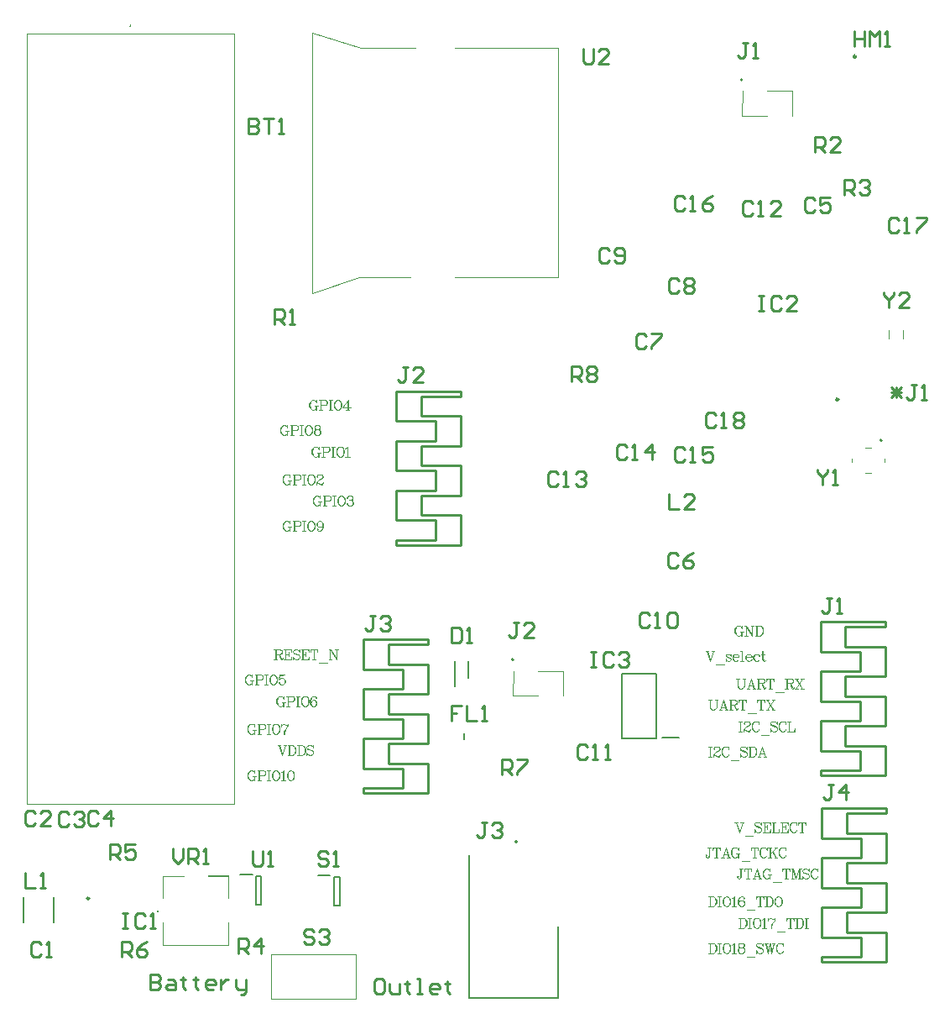
<source format=gto>
G04*
G04 #@! TF.GenerationSoftware,Altium Limited,Altium Designer,19.1.7 (138)*
G04*
G04 Layer_Color=65535*
%FSLAX25Y25*%
%MOIN*%
G70*
G01*
G75*
%ADD10C,0.00787*%
%ADD11C,0.00984*%
%ADD12C,0.00394*%
%ADD13C,0.01000*%
%ADD14C,0.00400*%
D10*
X378500Y493106D02*
G03*
X378500Y492713I0J-197D01*
G01*
D02*
G03*
X378500Y493106I0J197D01*
G01*
D02*
G03*
X378500Y492713I0J-197D01*
G01*
X389539Y141606D02*
G03*
X389146Y141606I-197J0D01*
G01*
D02*
G03*
X389539Y141606I197J0D01*
G01*
D02*
G03*
X389146Y141606I-197J0D01*
G01*
X676224Y328374D02*
G03*
X677012Y328374I394J0D01*
G01*
D02*
G03*
X676224Y328374I-394J0D01*
G01*
X532122Y169197D02*
G03*
X532122Y169197I-468J0D01*
G01*
X621264Y471929D02*
G03*
X621264Y471142I0J-394D01*
G01*
D02*
G03*
X621264Y471929I0J394D01*
G01*
X530264Y241843D02*
G03*
X530264Y241055I0J-394D01*
G01*
D02*
G03*
X530264Y241843I0J394D01*
G01*
X589555Y210642D02*
X596445D01*
X587488Y210150D02*
Y235740D01*
X573709D02*
X587488D01*
X573709Y210150D02*
Y235740D01*
Y210150D02*
X587488D01*
X422039Y156039D02*
X426961D01*
X428339Y144032D02*
Y155449D01*
Y144032D02*
X430504D01*
Y155449D01*
X428339D02*
X430504D01*
X548429Y107185D02*
Y135531D01*
X512996Y107185D02*
X548429D01*
X512996D02*
Y163878D01*
X511047Y209819D02*
Y212181D01*
X459240Y155209D02*
X461602D01*
Y143791D02*
Y155209D01*
X459240Y143791D02*
X461602D01*
X459240D02*
Y155209D01*
X453138Y155799D02*
X457862D01*
X507441Y230957D02*
Y240945D01*
X512559Y234055D02*
Y240945D01*
X336094Y137232D02*
Y147075D01*
X347906Y137232D02*
Y147075D01*
D11*
X362177Y146716D02*
G03*
X362177Y146716I-492J0D01*
G01*
X659764Y344705D02*
G03*
X659764Y344705I-492J0D01*
G01*
X666720Y480728D02*
G03*
X666720Y480728I-492J0D01*
G01*
D12*
X507374Y484067D02*
X548319D01*
Y393083D02*
Y484067D01*
X507374Y393083D02*
X548319D01*
X469500D02*
X489657D01*
X450681Y386803D02*
X469500Y393083D01*
X450681Y386803D02*
Y490346D01*
X469972Y484067D01*
X491626D01*
X419642Y184051D02*
Y489957D01*
X337358Y184051D02*
X419642D01*
X337358D02*
Y489957D01*
X419642D01*
X434425Y106720D02*
X467890D01*
Y124437D01*
X434425D02*
X467890D01*
X434425Y106720D02*
Y124437D01*
X391508Y128102D02*
Y137079D01*
Y128102D02*
Y137079D01*
Y128102D02*
X417492D01*
X391508D02*
X417492D01*
Y137079D01*
Y128102D02*
Y137079D01*
Y146921D02*
Y155622D01*
Y146921D02*
Y155622D01*
X409421D02*
X417492D01*
X409421D02*
Y155780D01*
X417492D01*
Y155622D02*
Y155780D01*
X391508Y155622D02*
X399579D01*
X391508D02*
X399579D01*
X391508Y146921D02*
Y155622D01*
Y146921D02*
Y155622D01*
X679547Y368925D02*
Y372075D01*
X685453Y368925D02*
Y372075D01*
X670327Y315374D02*
X672693D01*
X670382Y325614D02*
X672728D01*
X677992Y321331D02*
X678016Y319717D01*
X664973Y321280D02*
X665004Y319701D01*
X621500Y457146D02*
X631500D01*
X621500D02*
X621657Y467028D01*
X641500Y457146D02*
Y467028D01*
X631500D02*
X641500D01*
X530500Y227059D02*
X540500D01*
X530500D02*
X530657Y236941D01*
X550500Y227059D02*
Y236941D01*
X540500D02*
X550500D01*
D13*
X662468Y254465D02*
X670343D01*
X662468Y246591D02*
Y254465D01*
Y246591D02*
X678217D01*
Y234780D02*
Y246591D01*
X662468Y234780D02*
X678217D01*
X662468Y226906D02*
Y234780D01*
Y226906D02*
X678217D01*
Y215094D02*
Y226906D01*
X662468Y215094D02*
X678217D01*
X662468Y207220D02*
Y215094D01*
Y207220D02*
X678217D01*
Y195409D02*
Y207220D01*
X652626Y195409D02*
X678217D01*
X652626D02*
Y197378D01*
X668374D01*
Y205252D01*
X652626D02*
X668374D01*
X652626D02*
Y217063D01*
X668374D01*
Y224937D01*
X652626D02*
X668374D01*
X652626D02*
Y236748D01*
X668374D01*
Y244622D01*
X652626D02*
X668374D01*
X652626D02*
Y256433D01*
X678217D01*
Y254465D02*
Y256433D01*
X670343Y254465D02*
X678217D01*
X493968Y345965D02*
X501843D01*
X493968Y338091D02*
Y345965D01*
Y338091D02*
X509717D01*
Y326280D02*
Y338091D01*
X493968Y326280D02*
X509717D01*
X493968Y318406D02*
Y326280D01*
Y318406D02*
X509717D01*
Y306594D02*
Y318406D01*
X493968Y306594D02*
X509717D01*
X493968Y298720D02*
Y306594D01*
Y298720D02*
X509717D01*
Y286909D02*
Y298720D01*
X484126Y286909D02*
X509717D01*
X484126D02*
Y288878D01*
X499874D01*
Y296752D01*
X484126D02*
X499874D01*
X484126D02*
Y308563D01*
X499874D01*
Y316437D01*
X484126D02*
X499874D01*
X484126D02*
Y328248D01*
X499874D01*
Y336122D01*
X484126D02*
X499874D01*
X484126D02*
Y347933D01*
X509717D01*
Y345965D02*
Y347933D01*
X501843Y345965D02*
X509717D01*
X480969Y247465D02*
X488843D01*
X480969Y239591D02*
Y247465D01*
Y239591D02*
X496717D01*
Y227780D02*
Y239591D01*
X480969Y227780D02*
X496717D01*
X480969Y219906D02*
Y227780D01*
Y219906D02*
X496717D01*
Y208094D02*
Y219906D01*
X480969Y208094D02*
X496717D01*
X480969Y200220D02*
Y208094D01*
Y200220D02*
X496717D01*
Y188409D02*
Y200220D01*
X471126Y188409D02*
X496717D01*
X471126D02*
Y190378D01*
X486874D01*
Y198252D01*
X471126D02*
X486874D01*
X471126D02*
Y210063D01*
X486874D01*
Y217937D01*
X471126D02*
X486874D01*
X471126D02*
Y229748D01*
X486874D01*
Y237622D01*
X471126D02*
X486874D01*
X471126D02*
Y249433D01*
X496717D01*
Y247465D02*
Y249433D01*
X488843Y247465D02*
X496717D01*
X662969Y180465D02*
X670843D01*
X662969Y172591D02*
Y180465D01*
Y172591D02*
X678717D01*
Y160780D02*
Y172591D01*
X662969Y160780D02*
X678717D01*
X662969Y152906D02*
Y160780D01*
Y152906D02*
X678717D01*
Y141094D02*
Y152906D01*
X662969Y141094D02*
X678717D01*
X662969Y133220D02*
Y141094D01*
Y133220D02*
X678717D01*
Y121409D02*
Y133220D01*
X653126Y121409D02*
X678717D01*
X653126D02*
Y123378D01*
X668874D01*
Y131252D01*
X653126D02*
X668874D01*
X653126D02*
Y143063D01*
X668874D01*
Y150937D01*
X653126D02*
X668874D01*
X653126D02*
Y162748D01*
X668874D01*
Y170622D01*
X653126D02*
X668874D01*
X653126D02*
Y182433D01*
X678717D01*
Y180465D02*
Y182433D01*
X670843Y180465D02*
X678717D01*
X610999Y338498D02*
X609999Y339498D01*
X608000D01*
X607000Y338498D01*
Y334500D01*
X608000Y333500D01*
X609999D01*
X610999Y334500D01*
X612998Y333500D02*
X614997D01*
X613998D01*
Y339498D01*
X612998Y338498D01*
X617996D02*
X618996Y339498D01*
X620996D01*
X621995Y338498D01*
Y337499D01*
X620996Y336499D01*
X621995Y335499D01*
Y334500D01*
X620996Y333500D01*
X618996D01*
X617996Y334500D01*
Y335499D01*
X618996Y336499D01*
X617996Y337499D01*
Y338498D01*
X618996Y336499D02*
X620996D01*
X558500Y483998D02*
Y479000D01*
X559500Y478000D01*
X561499D01*
X562499Y479000D01*
Y483998D01*
X568497Y478000D02*
X564498D01*
X568497Y481999D01*
Y482998D01*
X567497Y483998D01*
X565498D01*
X564498Y482998D01*
X425500Y456034D02*
Y450035D01*
X428499D01*
X429499Y451035D01*
Y452035D01*
X428499Y453034D01*
X425500D01*
X428499D01*
X429499Y454034D01*
Y455034D01*
X428499Y456034D01*
X425500D01*
X431498D02*
X435497D01*
X433497D01*
Y450035D01*
X437496D02*
X439496D01*
X438496D01*
Y456034D01*
X437496Y455034D01*
X561500Y244498D02*
X563499D01*
X562500D01*
Y238500D01*
X561500D01*
X563499D01*
X570497Y243498D02*
X569497Y244498D01*
X567498D01*
X566498Y243498D01*
Y239500D01*
X567498Y238500D01*
X569497D01*
X570497Y239500D01*
X572496Y243498D02*
X573496Y244498D01*
X575495D01*
X576495Y243498D01*
Y242499D01*
X575495Y241499D01*
X574496D01*
X575495D01*
X576495Y240499D01*
Y239500D01*
X575495Y238500D01*
X573496D01*
X572496Y239500D01*
X559999Y206998D02*
X558999Y207998D01*
X557000D01*
X556000Y206998D01*
Y203000D01*
X557000Y202000D01*
X558999D01*
X559999Y203000D01*
X561998Y202000D02*
X563997D01*
X562998D01*
Y207998D01*
X561998Y206998D01*
X566996Y202000D02*
X568996D01*
X567996D01*
Y207998D01*
X566996Y206998D01*
X427000Y165498D02*
Y160500D01*
X428000Y159500D01*
X429999D01*
X430999Y160500D01*
Y165498D01*
X432998Y159500D02*
X434997D01*
X433998D01*
Y165498D01*
X432998Y164498D01*
X421500Y125000D02*
Y130998D01*
X424499D01*
X425499Y129998D01*
Y127999D01*
X424499Y126999D01*
X421500D01*
X423499D02*
X425499Y125000D01*
X430497D02*
Y130998D01*
X427498Y127999D01*
X431497D01*
X451499Y133498D02*
X450499Y134498D01*
X448500D01*
X447500Y133498D01*
Y132499D01*
X448500Y131499D01*
X450499D01*
X451499Y130499D01*
Y129500D01*
X450499Y128500D01*
X448500D01*
X447500Y129500D01*
X453498Y133498D02*
X454498Y134498D01*
X456497D01*
X457497Y133498D01*
Y132499D01*
X456497Y131499D01*
X455497D01*
X456497D01*
X457497Y130499D01*
Y129500D01*
X456497Y128500D01*
X454498D01*
X453498Y129500D01*
X395500Y166498D02*
Y162499D01*
X397499Y160500D01*
X399499Y162499D01*
Y166498D01*
X401498Y160500D02*
Y166498D01*
X404497D01*
X405497Y165498D01*
Y163499D01*
X404497Y162499D01*
X401498D01*
X403497D02*
X405497Y160500D01*
X407496D02*
X409495D01*
X408496D01*
Y166498D01*
X407496Y165498D01*
X375500Y140998D02*
X377499D01*
X376500D01*
Y135000D01*
X375500D01*
X377499D01*
X384497Y139998D02*
X383497Y140998D01*
X381498D01*
X380498Y139998D01*
Y136000D01*
X381498Y135000D01*
X383497D01*
X384497Y136000D01*
X386496Y135000D02*
X388496D01*
X387496D01*
Y140998D01*
X386496Y139998D01*
X342999Y128498D02*
X341999Y129498D01*
X340000D01*
X339000Y128498D01*
Y124500D01*
X340000Y123500D01*
X341999D01*
X342999Y124500D01*
X344998Y123500D02*
X346997D01*
X345998D01*
Y129498D01*
X344998Y128498D01*
X375000Y123500D02*
Y129498D01*
X377999D01*
X378999Y128498D01*
Y126499D01*
X377999Y125499D01*
X375000D01*
X376999D02*
X378999Y123500D01*
X384997Y129498D02*
X382997Y128498D01*
X380998Y126499D01*
Y124500D01*
X381998Y123500D01*
X383997D01*
X384997Y124500D01*
Y125499D01*
X383997Y126499D01*
X380998D01*
X598711Y424597D02*
X597712Y425597D01*
X595712D01*
X594713Y424597D01*
Y420598D01*
X595712Y419598D01*
X597712D01*
X598711Y420598D01*
X600711Y419598D02*
X602710D01*
X601710D01*
Y425597D01*
X600711Y424597D01*
X609708Y425597D02*
X607708Y424597D01*
X605709Y422598D01*
Y420598D01*
X606709Y419598D01*
X608708D01*
X609708Y420598D01*
Y421598D01*
X608708Y422598D01*
X605709D01*
X625566Y422597D02*
X624566Y423596D01*
X622567D01*
X621567Y422597D01*
Y418598D01*
X622567Y417598D01*
X624566D01*
X625566Y418598D01*
X627565Y417598D02*
X629564D01*
X628565D01*
Y423596D01*
X627565Y422597D01*
X636562Y417598D02*
X632563D01*
X636562Y421597D01*
Y422597D01*
X635562Y423596D01*
X633563D01*
X632563Y422597D01*
X662000Y426000D02*
Y431998D01*
X664999D01*
X665999Y430998D01*
Y428999D01*
X664999Y427999D01*
X662000D01*
X663999D02*
X665999Y426000D01*
X667998Y430998D02*
X668998Y431998D01*
X670997D01*
X671997Y430998D01*
Y429999D01*
X670997Y428999D01*
X669997D01*
X670997D01*
X671997Y427999D01*
Y427000D01*
X670997Y426000D01*
X668998D01*
X667998Y427000D01*
X650500Y443000D02*
Y448998D01*
X653499D01*
X654499Y447998D01*
Y445999D01*
X653499Y444999D01*
X650500D01*
X652499D02*
X654499Y443000D01*
X660497D02*
X656498D01*
X660497Y446999D01*
Y447998D01*
X659497Y448998D01*
X657498D01*
X656498Y447998D01*
X683644Y415998D02*
X682645Y416998D01*
X680645D01*
X679646Y415998D01*
Y412000D01*
X680645Y411000D01*
X682645D01*
X683644Y412000D01*
X685644Y411000D02*
X687643D01*
X686643D01*
Y416998D01*
X685644Y415998D01*
X690642Y416998D02*
X694641D01*
Y415998D01*
X690642Y412000D01*
Y411000D01*
X677567Y387097D02*
Y386097D01*
X679566Y384098D01*
X681566Y386097D01*
Y387097D01*
X679566Y384098D02*
Y381098D01*
X687564D02*
X683565D01*
X687564Y385097D01*
Y386097D01*
X686564Y387097D01*
X684565D01*
X683565Y386097D01*
X680567Y349597D02*
X684566Y345598D01*
X680567D02*
X684566Y349597D01*
X680567Y347597D02*
X684566D01*
X682566Y345598D02*
Y349597D01*
X690564Y350596D02*
X688564D01*
X689564D01*
Y345598D01*
X688564Y344598D01*
X687565D01*
X686565Y345598D01*
X692563Y344598D02*
X694562D01*
X693563D01*
Y350596D01*
X692563Y349597D01*
X651500Y316998D02*
Y315998D01*
X653499Y313999D01*
X655499Y315998D01*
Y316998D01*
X653499Y313999D02*
Y311000D01*
X657498D02*
X659497D01*
X658498D01*
Y316998D01*
X657498Y315998D01*
X595999Y282998D02*
X594999Y283998D01*
X593000D01*
X592000Y282998D01*
Y279000D01*
X593000Y278000D01*
X594999D01*
X595999Y279000D01*
X601997Y283998D02*
X599997Y282998D01*
X597998Y280999D01*
Y279000D01*
X598998Y278000D01*
X600997D01*
X601997Y279000D01*
Y279999D01*
X600997Y280999D01*
X597998D01*
X478499Y114998D02*
X476500D01*
X475500Y113998D01*
Y110000D01*
X476500Y109000D01*
X478499D01*
X479499Y110000D01*
Y113998D01*
X478499Y114998D01*
X481498Y112999D02*
Y110000D01*
X482498Y109000D01*
X485497D01*
Y112999D01*
X488496Y113998D02*
Y112999D01*
X487496D01*
X489496D01*
X488496D01*
Y110000D01*
X489496Y109000D01*
X492494D02*
X494494D01*
X493494D01*
Y114998D01*
X492494D01*
X500492Y109000D02*
X498493D01*
X497493Y110000D01*
Y111999D01*
X498493Y112999D01*
X500492D01*
X501492Y111999D01*
Y110999D01*
X497493D01*
X504491Y113998D02*
Y112999D01*
X503491D01*
X505490D01*
X504491D01*
Y110000D01*
X505490Y109000D01*
X386500Y116498D02*
Y110500D01*
X389499D01*
X390499Y111500D01*
Y112499D01*
X389499Y113499D01*
X386500D01*
X389499D01*
X390499Y114499D01*
Y115498D01*
X389499Y116498D01*
X386500D01*
X393498Y114499D02*
X395497D01*
X396497Y113499D01*
Y110500D01*
X393498D01*
X392498Y111500D01*
X393498Y112499D01*
X396497D01*
X399496Y115498D02*
Y114499D01*
X398496D01*
X400495D01*
X399496D01*
Y111500D01*
X400495Y110500D01*
X404494Y115498D02*
Y114499D01*
X403495D01*
X405494D01*
X404494D01*
Y111500D01*
X405494Y110500D01*
X411492D02*
X409493D01*
X408493Y111500D01*
Y113499D01*
X409493Y114499D01*
X411492D01*
X412492Y113499D01*
Y112499D01*
X408493D01*
X414491Y114499D02*
Y110500D01*
Y112499D01*
X415491Y113499D01*
X416490Y114499D01*
X417490D01*
X420489D02*
Y111500D01*
X421489Y110500D01*
X424488D01*
Y109500D01*
X423488Y108501D01*
X422488D01*
X424488Y110500D02*
Y114499D01*
X457020Y164598D02*
X456020Y165598D01*
X454021D01*
X453021Y164598D01*
Y163599D01*
X454021Y162599D01*
X456020D01*
X457020Y161599D01*
Y160600D01*
X456020Y159600D01*
X454021D01*
X453021Y160600D01*
X459019Y159600D02*
X461019D01*
X460019D01*
Y165598D01*
X459019Y164598D01*
X553750Y351950D02*
Y357948D01*
X556749D01*
X557749Y356948D01*
Y354949D01*
X556749Y353949D01*
X553750D01*
X555749D02*
X557749Y351950D01*
X559748Y356948D02*
X560748Y357948D01*
X562747D01*
X563747Y356948D01*
Y355949D01*
X562747Y354949D01*
X563747Y353949D01*
Y352950D01*
X562747Y351950D01*
X560748D01*
X559748Y352950D01*
Y353949D01*
X560748Y354949D01*
X559748Y355949D01*
Y356948D01*
X560748Y354949D02*
X562747D01*
X526014Y195950D02*
Y201948D01*
X529013D01*
X530013Y200948D01*
Y198949D01*
X529013Y197949D01*
X526014D01*
X528013D02*
X530013Y195950D01*
X532012Y201948D02*
X536011D01*
Y200948D01*
X532012Y196950D01*
Y195950D01*
X370500Y162236D02*
Y168234D01*
X373499D01*
X374499Y167235D01*
Y165235D01*
X373499Y164236D01*
X370500D01*
X372499D02*
X374499Y162236D01*
X380497Y168234D02*
X376498D01*
Y165235D01*
X378497Y166235D01*
X379497D01*
X380497Y165235D01*
Y163236D01*
X379497Y162236D01*
X377498D01*
X376498Y163236D01*
X435764Y374500D02*
Y380498D01*
X438763D01*
X439762Y379498D01*
Y377499D01*
X438763Y376499D01*
X435764D01*
X437763D02*
X439762Y374500D01*
X441762D02*
X443761D01*
X442762D01*
Y380498D01*
X441762Y379498D01*
X592350Y307148D02*
Y301150D01*
X596349D01*
X602347D02*
X598348D01*
X602347Y305149D01*
Y306148D01*
X601347Y307148D01*
X599348D01*
X598348Y306148D01*
X336700Y156698D02*
Y150700D01*
X340699D01*
X342698D02*
X344697D01*
X343698D01*
Y156698D01*
X342698Y155698D01*
X657611Y191937D02*
X655611D01*
X656611D01*
Y186939D01*
X655611Y185939D01*
X654611D01*
X653612Y186939D01*
X662609Y185939D02*
Y191937D01*
X659610Y188938D01*
X663609D01*
X519999Y176998D02*
X517999D01*
X518999D01*
Y172000D01*
X517999Y171000D01*
X517000D01*
X516000Y172000D01*
X521998Y175998D02*
X522998Y176998D01*
X524997D01*
X525997Y175998D01*
Y174999D01*
X524997Y173999D01*
X523997D01*
X524997D01*
X525997Y172999D01*
Y172000D01*
X524997Y171000D01*
X522998D01*
X521998Y172000D01*
X475610Y258898D02*
X473611D01*
X474611D01*
Y253900D01*
X473611Y252900D01*
X472612D01*
X471612Y253900D01*
X477610Y257898D02*
X478610Y258898D01*
X480609D01*
X481609Y257898D01*
Y256899D01*
X480609Y255899D01*
X479609D01*
X480609D01*
X481609Y254899D01*
Y253900D01*
X480609Y252900D01*
X478610D01*
X477610Y253900D01*
X532699Y256098D02*
X530699D01*
X531699D01*
Y251100D01*
X530699Y250100D01*
X529700D01*
X528700Y251100D01*
X538697Y250100D02*
X534698D01*
X538697Y254099D01*
Y255098D01*
X537697Y256098D01*
X535698D01*
X534698Y255098D01*
X488599Y357398D02*
X486599D01*
X487599D01*
Y352400D01*
X486599Y351400D01*
X485600D01*
X484600Y352400D01*
X494597Y351400D02*
X490598D01*
X494597Y355399D01*
Y356398D01*
X493597Y357398D01*
X491598D01*
X490598Y356398D01*
X623749Y486135D02*
X621749D01*
X622749D01*
Y481136D01*
X621749Y480137D01*
X620750D01*
X619750Y481136D01*
X625748Y480137D02*
X627747D01*
X626748D01*
Y486135D01*
X625748Y485135D01*
X657099Y265898D02*
X655099D01*
X656099D01*
Y260900D01*
X655099Y259900D01*
X654100D01*
X653100Y260900D01*
X659098Y259900D02*
X661097D01*
X660098D01*
Y265898D01*
X659098Y264898D01*
X627933Y385900D02*
X629932D01*
X628933D01*
Y379902D01*
X627933D01*
X629932D01*
X636930Y384900D02*
X635930Y385900D01*
X633931D01*
X632932Y384900D01*
Y380901D01*
X633931Y379902D01*
X635930D01*
X636930Y380901D01*
X642928Y379902D02*
X638930D01*
X642928Y383900D01*
Y384900D01*
X641928Y385900D01*
X639929D01*
X638930Y384900D01*
X666159Y490685D02*
Y484687D01*
Y487686D01*
X670157D01*
Y490685D01*
Y484687D01*
X672157D02*
Y490685D01*
X674156Y488686D01*
X676155Y490685D01*
Y484687D01*
X678155D02*
X680154D01*
X679154D01*
Y490685D01*
X678155Y489685D01*
X509996Y223048D02*
X505997D01*
Y220049D01*
X507997D01*
X505997D01*
Y217050D01*
X511995Y223048D02*
Y217050D01*
X515994D01*
X517993D02*
X519993D01*
X518993D01*
Y223048D01*
X517993Y222048D01*
X506200Y254298D02*
Y248300D01*
X509199D01*
X510199Y249300D01*
Y253298D01*
X509199Y254298D01*
X506200D01*
X512198Y248300D02*
X514197D01*
X513198D01*
Y254298D01*
X512198Y253298D01*
X598749Y324748D02*
X597749Y325748D01*
X595750D01*
X594750Y324748D01*
Y320750D01*
X595750Y319750D01*
X597749D01*
X598749Y320750D01*
X600748Y319750D02*
X602747D01*
X601748D01*
Y325748D01*
X600748Y324748D01*
X609745Y325748D02*
X605746D01*
Y322749D01*
X607746Y323749D01*
X608745D01*
X609745Y322749D01*
Y320750D01*
X608745Y319750D01*
X606746D01*
X605746Y320750D01*
X575749Y325748D02*
X574749Y326748D01*
X572750D01*
X571750Y325748D01*
Y321750D01*
X572750Y320750D01*
X574749D01*
X575749Y321750D01*
X577748Y320750D02*
X579747D01*
X578748D01*
Y326748D01*
X577748Y325748D01*
X585745Y320750D02*
Y326748D01*
X582746Y323749D01*
X586745D01*
X548249Y315248D02*
X547249Y316248D01*
X545250D01*
X544250Y315248D01*
Y311250D01*
X545250Y310250D01*
X547249D01*
X548249Y311250D01*
X550248Y310250D02*
X552247D01*
X551248D01*
Y316248D01*
X550248Y315248D01*
X555246D02*
X556246Y316248D01*
X558246D01*
X559245Y315248D01*
Y314249D01*
X558246Y313249D01*
X557246D01*
X558246D01*
X559245Y312249D01*
Y311250D01*
X558246Y310250D01*
X556246D01*
X555246Y311250D01*
X584599Y259198D02*
X583599Y260198D01*
X581600D01*
X580600Y259198D01*
Y255200D01*
X581600Y254200D01*
X583599D01*
X584599Y255200D01*
X586598Y254200D02*
X588597D01*
X587598D01*
Y260198D01*
X586598Y259198D01*
X591596D02*
X592596Y260198D01*
X594595D01*
X595595Y259198D01*
Y255200D01*
X594595Y254200D01*
X592596D01*
X591596Y255200D01*
Y259198D01*
X568603Y403748D02*
X567603Y404748D01*
X565604D01*
X564604Y403748D01*
Y399750D01*
X565604Y398750D01*
X567603D01*
X568603Y399750D01*
X570602D02*
X571602Y398750D01*
X573601D01*
X574601Y399750D01*
Y403748D01*
X573601Y404748D01*
X571602D01*
X570602Y403748D01*
Y402749D01*
X571602Y401749D01*
X574601D01*
X596249Y391748D02*
X595249Y392748D01*
X593250D01*
X592250Y391748D01*
Y387750D01*
X593250Y386750D01*
X595249D01*
X596249Y387750D01*
X598248Y391748D02*
X599248Y392748D01*
X601247D01*
X602247Y391748D01*
Y390749D01*
X601247Y389749D01*
X602247Y388749D01*
Y387750D01*
X601247Y386750D01*
X599248D01*
X598248Y387750D01*
Y388749D01*
X599248Y389749D01*
X598248Y390749D01*
Y391748D01*
X599248Y389749D02*
X601247D01*
X583249Y369748D02*
X582249Y370748D01*
X580250D01*
X579250Y369748D01*
Y365750D01*
X580250Y364750D01*
X582249D01*
X583249Y365750D01*
X585248Y370748D02*
X589247D01*
Y369748D01*
X585248Y365750D01*
Y364750D01*
X650232Y423800D02*
X649232Y424800D01*
X647233D01*
X646233Y423800D01*
Y419801D01*
X647233Y418802D01*
X649232D01*
X650232Y419801D01*
X656230Y424800D02*
X652231D01*
Y421801D01*
X654230Y422800D01*
X655230D01*
X656230Y421801D01*
Y419801D01*
X655230Y418802D01*
X653231D01*
X652231Y419801D01*
X365599Y180498D02*
X364599Y181498D01*
X362600D01*
X361600Y180498D01*
Y176500D01*
X362600Y175500D01*
X364599D01*
X365599Y176500D01*
X370597Y175500D02*
Y181498D01*
X367598Y178499D01*
X371597D01*
X354099Y180198D02*
X353099Y181198D01*
X351100D01*
X350100Y180198D01*
Y176200D01*
X351100Y175200D01*
X353099D01*
X354099Y176200D01*
X356098Y180198D02*
X357098Y181198D01*
X359097D01*
X360097Y180198D01*
Y179199D01*
X359097Y178199D01*
X358097D01*
X359097D01*
X360097Y177199D01*
Y176200D01*
X359097Y175200D01*
X357098D01*
X356098Y176200D01*
X340599Y180498D02*
X339599Y181498D01*
X337600D01*
X336600Y180498D01*
Y176500D01*
X337600Y175500D01*
X339599D01*
X340599Y176500D01*
X346597Y175500D02*
X342598D01*
X346597Y179499D01*
Y180498D01*
X345597Y181498D01*
X343598D01*
X342598Y180498D01*
D14*
X618881Y176999D02*
X620214Y173000D01*
X619071Y176999D02*
X620214Y173571D01*
X621547Y176999D02*
X620214Y173000D01*
X618500Y176999D02*
X619643D01*
X620785D02*
X621928D01*
X622632Y171667D02*
X625870D01*
X628860Y176428D02*
X629050Y176999D01*
Y175856D01*
X628860Y176428D01*
X628479Y176809D01*
X627908Y176999D01*
X627336D01*
X626765Y176809D01*
X626384Y176428D01*
Y176047D01*
X626575Y175666D01*
X626765Y175476D01*
X627146Y175285D01*
X628288Y174904D01*
X628669Y174714D01*
X629050Y174333D01*
X626384Y176047D02*
X626765Y175666D01*
X627146Y175476D01*
X628288Y175095D01*
X628669Y174904D01*
X628860Y174714D01*
X629050Y174333D01*
Y173571D01*
X628669Y173190D01*
X628098Y173000D01*
X627527D01*
X626955Y173190D01*
X626575Y173571D01*
X626384Y174143D01*
Y173000D01*
X626575Y173571D01*
X630212Y176999D02*
Y173000D01*
X630402Y176999D02*
Y173000D01*
X631545Y175856D02*
Y174333D01*
X629640Y176999D02*
X632687D01*
Y175856D01*
X632497Y176999D01*
X630402Y175095D02*
X631545D01*
X629640Y173000D02*
X632687D01*
Y174143D01*
X632497Y173000D01*
X633811Y176999D02*
Y173000D01*
X634001Y176999D02*
Y173000D01*
X633240Y176999D02*
X634573D01*
X633240Y173000D02*
X636096D01*
Y174143D01*
X635906Y173000D01*
X637239Y176999D02*
Y173000D01*
X637429Y176999D02*
Y173000D01*
X638572Y175856D02*
Y174333D01*
X636667Y176999D02*
X639714D01*
Y175856D01*
X639524Y176999D01*
X637429Y175095D02*
X638572D01*
X636667Y173000D02*
X639714D01*
Y174143D01*
X639524Y173000D01*
X642933Y176428D02*
X643123Y175856D01*
Y176999D01*
X642933Y176428D01*
X642552Y176809D01*
X641981Y176999D01*
X641600D01*
X641028Y176809D01*
X640648Y176428D01*
X640457Y176047D01*
X640267Y175476D01*
Y174523D01*
X640457Y173952D01*
X640648Y173571D01*
X641028Y173190D01*
X641600Y173000D01*
X641981D01*
X642552Y173190D01*
X642933Y173571D01*
X643123Y173952D01*
X641600Y176999D02*
X641219Y176809D01*
X640838Y176428D01*
X640648Y176047D01*
X640457Y175476D01*
Y174523D01*
X640648Y173952D01*
X640838Y173571D01*
X641219Y173190D01*
X641600Y173000D01*
X645028Y176999D02*
Y173000D01*
X645218Y176999D02*
Y173000D01*
X643885Y176999D02*
X643695Y175856D01*
Y176999D01*
X646551D01*
Y175856D01*
X646361Y176999D01*
X644456Y173000D02*
X645789D01*
X608524Y166999D02*
Y163762D01*
X608333Y163190D01*
X607952Y163000D01*
X607571D01*
X607190Y163190D01*
X607000Y163571D01*
Y163952D01*
X607190Y164143D01*
X607381Y163952D01*
X607190Y163762D01*
X608333Y166999D02*
Y163762D01*
X608143Y163190D01*
X607952Y163000D01*
X607762Y166999D02*
X609095D01*
X611075D02*
Y163000D01*
X611266Y166999D02*
Y163000D01*
X609933Y166999D02*
X609742Y165857D01*
Y166999D01*
X612599D01*
Y165857D01*
X612408Y166999D01*
X610504Y163000D02*
X611837D01*
X614884Y166999D02*
X613551Y163000D01*
X614884Y166999D02*
X616217Y163000D01*
X614884Y166428D02*
X616027Y163000D01*
X613932Y164143D02*
X615646D01*
X613170Y163000D02*
X614313D01*
X615455D02*
X616598D01*
X619778Y166428D02*
X619969Y165857D01*
Y166999D01*
X619778Y166428D01*
X619397Y166809D01*
X618826Y166999D01*
X618445D01*
X617874Y166809D01*
X617493Y166428D01*
X617303Y166047D01*
X617112Y165476D01*
Y164523D01*
X617303Y163952D01*
X617493Y163571D01*
X617874Y163190D01*
X618445Y163000D01*
X618826D01*
X619397Y163190D01*
X619778Y163571D01*
X618445Y166999D02*
X618064Y166809D01*
X617683Y166428D01*
X617493Y166047D01*
X617303Y165476D01*
Y164523D01*
X617493Y163952D01*
X617683Y163571D01*
X618064Y163190D01*
X618445Y163000D01*
X619778Y164523D02*
Y163000D01*
X619969Y164523D02*
Y163000D01*
X619207Y164523D02*
X620540D01*
X621245Y161667D02*
X624482D01*
X626329Y166999D02*
Y163000D01*
X626520Y166999D02*
Y163000D01*
X625187Y166999D02*
X624996Y165857D01*
Y166999D01*
X627853D01*
Y165857D01*
X627662Y166999D01*
X625758Y163000D02*
X627091D01*
X631090Y166428D02*
X631281Y165857D01*
Y166999D01*
X631090Y166428D01*
X630709Y166809D01*
X630138Y166999D01*
X629757D01*
X629186Y166809D01*
X628805Y166428D01*
X628614Y166047D01*
X628424Y165476D01*
Y164523D01*
X628614Y163952D01*
X628805Y163571D01*
X629186Y163190D01*
X629757Y163000D01*
X630138D01*
X630709Y163190D01*
X631090Y163571D01*
X631281Y163952D01*
X629757Y166999D02*
X629376Y166809D01*
X628995Y166428D01*
X628805Y166047D01*
X628614Y165476D01*
Y164523D01*
X628805Y163952D01*
X628995Y163571D01*
X629376Y163190D01*
X629757Y163000D01*
X632423Y166999D02*
Y163000D01*
X632614Y166999D02*
Y163000D01*
X635089Y166999D02*
X632614Y164523D01*
X633566Y165285D02*
X635089Y163000D01*
X633375Y165285D02*
X634899Y163000D01*
X631852Y166999D02*
X633185D01*
X634328D02*
X635470D01*
X631852Y163000D02*
X633185D01*
X634328D02*
X635470D01*
X638631Y166428D02*
X638822Y165857D01*
Y166999D01*
X638631Y166428D01*
X638250Y166809D01*
X637679Y166999D01*
X637298D01*
X636727Y166809D01*
X636346Y166428D01*
X636156Y166047D01*
X635965Y165476D01*
Y164523D01*
X636156Y163952D01*
X636346Y163571D01*
X636727Y163190D01*
X637298Y163000D01*
X637679D01*
X638250Y163190D01*
X638631Y163571D01*
X638822Y163952D01*
X637298Y166999D02*
X636917Y166809D01*
X636537Y166428D01*
X636346Y166047D01*
X636156Y165476D01*
Y164523D01*
X636346Y163952D01*
X636537Y163571D01*
X636917Y163190D01*
X637298Y163000D01*
X621024Y158499D02*
Y155262D01*
X620833Y154690D01*
X620452Y154500D01*
X620071D01*
X619690Y154690D01*
X619500Y155071D01*
Y155452D01*
X619690Y155643D01*
X619881Y155452D01*
X619690Y155262D01*
X620833Y158499D02*
Y155262D01*
X620643Y154690D01*
X620452Y154500D01*
X620262Y158499D02*
X621595D01*
X623575D02*
Y154500D01*
X623766Y158499D02*
Y154500D01*
X622433Y158499D02*
X622242Y157357D01*
Y158499D01*
X625099D01*
Y157357D01*
X624908Y158499D01*
X623004Y154500D02*
X624337D01*
X627384Y158499D02*
X626051Y154500D01*
X627384Y158499D02*
X628717Y154500D01*
X627384Y157928D02*
X628527Y154500D01*
X626432Y155643D02*
X628146D01*
X625670Y154500D02*
X626813D01*
X627955D02*
X629098D01*
X632278Y157928D02*
X632469Y157357D01*
Y158499D01*
X632278Y157928D01*
X631897Y158309D01*
X631326Y158499D01*
X630945D01*
X630374Y158309D01*
X629993Y157928D01*
X629803Y157547D01*
X629612Y156976D01*
Y156024D01*
X629803Y155452D01*
X629993Y155071D01*
X630374Y154690D01*
X630945Y154500D01*
X631326D01*
X631897Y154690D01*
X632278Y155071D01*
X630945Y158499D02*
X630564Y158309D01*
X630183Y157928D01*
X629993Y157547D01*
X629803Y156976D01*
Y156024D01*
X629993Y155452D01*
X630183Y155071D01*
X630564Y154690D01*
X630945Y154500D01*
X632278Y156024D02*
Y154500D01*
X632469Y156024D02*
Y154500D01*
X631707Y156024D02*
X633040D01*
X633745Y153167D02*
X636982D01*
X638829Y158499D02*
Y154500D01*
X639020Y158499D02*
Y154500D01*
X637687Y158499D02*
X637496Y157357D01*
Y158499D01*
X640353D01*
Y157357D01*
X640162Y158499D01*
X638258Y154500D02*
X639591D01*
X641495Y158499D02*
Y154500D01*
X641686Y158499D02*
X642828Y155071D01*
X641495Y158499D02*
X642828Y154500D01*
X644161Y158499D02*
X642828Y154500D01*
X644161Y158499D02*
Y154500D01*
X644352Y158499D02*
Y154500D01*
X640924Y158499D02*
X641686D01*
X644161D02*
X644923D01*
X640924Y154500D02*
X642067D01*
X643590D02*
X644923D01*
X647856Y157928D02*
X648046Y158499D01*
Y157357D01*
X647856Y157928D01*
X647475Y158309D01*
X646904Y158499D01*
X646332D01*
X645761Y158309D01*
X645380Y157928D01*
Y157547D01*
X645571Y157166D01*
X645761Y156976D01*
X646142Y156785D01*
X647285Y156404D01*
X647665Y156214D01*
X648046Y155833D01*
X645380Y157547D02*
X645761Y157166D01*
X646142Y156976D01*
X647285Y156595D01*
X647665Y156404D01*
X647856Y156214D01*
X648046Y155833D01*
Y155071D01*
X647665Y154690D01*
X647094Y154500D01*
X646523D01*
X645952Y154690D01*
X645571Y155071D01*
X645380Y155643D01*
Y154500D01*
X645571Y155071D01*
X651303Y157928D02*
X651493Y157357D01*
Y158499D01*
X651303Y157928D01*
X650922Y158309D01*
X650351Y158499D01*
X649970D01*
X649398Y158309D01*
X649017Y157928D01*
X648827Y157547D01*
X648637Y156976D01*
Y156024D01*
X648827Y155452D01*
X649017Y155071D01*
X649398Y154690D01*
X649970Y154500D01*
X650351D01*
X650922Y154690D01*
X651303Y155071D01*
X651493Y155452D01*
X649970Y158499D02*
X649589Y158309D01*
X649208Y157928D01*
X649017Y157547D01*
X648827Y156976D01*
Y156024D01*
X649017Y155452D01*
X649208Y155071D01*
X649589Y154690D01*
X649970Y154500D01*
X608571Y147499D02*
Y143500D01*
X608762Y147499D02*
Y143500D01*
X608000Y147499D02*
X609904D01*
X610476Y147309D01*
X610856Y146928D01*
X611047Y146547D01*
X611237Y145976D01*
Y145024D01*
X611047Y144452D01*
X610856Y144071D01*
X610476Y143690D01*
X609904Y143500D01*
X608000D01*
X609904Y147499D02*
X610285Y147309D01*
X610666Y146928D01*
X610856Y146547D01*
X611047Y145976D01*
Y145024D01*
X610856Y144452D01*
X610666Y144071D01*
X610285Y143690D01*
X609904Y143500D01*
X612342Y147499D02*
Y143500D01*
X612532Y147499D02*
Y143500D01*
X611771Y147499D02*
X613104D01*
X611771Y143500D02*
X613104D01*
X615160Y147499D02*
X614589Y147309D01*
X614208Y146928D01*
X614018Y146547D01*
X613827Y145785D01*
Y145214D01*
X614018Y144452D01*
X614208Y144071D01*
X614589Y143690D01*
X615160Y143500D01*
X615541D01*
X616113Y143690D01*
X616493Y144071D01*
X616684Y144452D01*
X616874Y145214D01*
Y145785D01*
X616684Y146547D01*
X616493Y146928D01*
X616113Y147309D01*
X615541Y147499D01*
X615160D01*
X614780Y147309D01*
X614399Y146928D01*
X614208Y146547D01*
X614018Y145785D01*
Y145214D01*
X614208Y144452D01*
X614399Y144071D01*
X614780Y143690D01*
X615160Y143500D01*
X615541D02*
X615922Y143690D01*
X616303Y144071D01*
X616493Y144452D01*
X616684Y145214D01*
Y145785D01*
X616493Y146547D01*
X616303Y146928D01*
X615922Y147309D01*
X615541Y147499D01*
X617427Y146737D02*
X617807Y146928D01*
X618379Y147499D01*
Y143500D01*
X618188Y147309D02*
Y143500D01*
X617427D02*
X619140D01*
X622111Y146928D02*
X621921Y146737D01*
X622111Y146547D01*
X622302Y146737D01*
Y146928D01*
X622111Y147309D01*
X621730Y147499D01*
X621159D01*
X620588Y147309D01*
X620207Y146928D01*
X620016Y146547D01*
X619826Y145785D01*
Y144643D01*
X620016Y144071D01*
X620397Y143690D01*
X620969Y143500D01*
X621349D01*
X621921Y143690D01*
X622302Y144071D01*
X622492Y144643D01*
Y144833D01*
X622302Y145404D01*
X621921Y145785D01*
X621349Y145976D01*
X621159D01*
X620588Y145785D01*
X620207Y145404D01*
X620016Y144833D01*
X621159Y147499D02*
X620778Y147309D01*
X620397Y146928D01*
X620207Y146547D01*
X620016Y145785D01*
Y144643D01*
X620207Y144071D01*
X620588Y143690D01*
X620969Y143500D01*
X621349D02*
X621730Y143690D01*
X622111Y144071D01*
X622302Y144643D01*
Y144833D01*
X622111Y145404D01*
X621730Y145785D01*
X621349Y145976D01*
X623273Y142167D02*
X626510D01*
X628358Y147499D02*
Y143500D01*
X628548Y147499D02*
Y143500D01*
X627215Y147499D02*
X627025Y146356D01*
Y147499D01*
X629881D01*
Y146356D01*
X629691Y147499D01*
X627786Y143500D02*
X629119D01*
X631024Y147499D02*
Y143500D01*
X631214Y147499D02*
Y143500D01*
X630452Y147499D02*
X632357D01*
X632928Y147309D01*
X633309Y146928D01*
X633499Y146547D01*
X633690Y145976D01*
Y145024D01*
X633499Y144452D01*
X633309Y144071D01*
X632928Y143690D01*
X632357Y143500D01*
X630452D01*
X632357Y147499D02*
X632738Y147309D01*
X633118Y146928D01*
X633309Y146547D01*
X633499Y145976D01*
Y145024D01*
X633309Y144452D01*
X633118Y144071D01*
X632738Y143690D01*
X632357Y143500D01*
X635556Y147499D02*
X634985Y147309D01*
X634604Y146928D01*
X634413Y146547D01*
X634223Y145785D01*
Y145214D01*
X634413Y144452D01*
X634604Y144071D01*
X634985Y143690D01*
X635556Y143500D01*
X635937D01*
X636508Y143690D01*
X636889Y144071D01*
X637079Y144452D01*
X637270Y145214D01*
Y145785D01*
X637079Y146547D01*
X636889Y146928D01*
X636508Y147309D01*
X635937Y147499D01*
X635556D01*
X635175Y147309D01*
X634794Y146928D01*
X634604Y146547D01*
X634413Y145785D01*
Y145214D01*
X634604Y144452D01*
X634794Y144071D01*
X635175Y143690D01*
X635556Y143500D01*
X635937D02*
X636318Y143690D01*
X636699Y144071D01*
X636889Y144452D01*
X637079Y145214D01*
Y145785D01*
X636889Y146547D01*
X636699Y146928D01*
X636318Y147309D01*
X635937Y147499D01*
X620571Y138999D02*
Y135000D01*
X620762Y138999D02*
Y135000D01*
X620000Y138999D02*
X621904D01*
X622476Y138809D01*
X622857Y138428D01*
X623047Y138047D01*
X623237Y137476D01*
Y136523D01*
X623047Y135952D01*
X622857Y135571D01*
X622476Y135190D01*
X621904Y135000D01*
X620000D01*
X621904Y138999D02*
X622285Y138809D01*
X622666Y138428D01*
X622857Y138047D01*
X623047Y137476D01*
Y136523D01*
X622857Y135952D01*
X622666Y135571D01*
X622285Y135190D01*
X621904Y135000D01*
X624342Y138999D02*
Y135000D01*
X624532Y138999D02*
Y135000D01*
X623771Y138999D02*
X625104D01*
X623771Y135000D02*
X625104D01*
X627160Y138999D02*
X626589Y138809D01*
X626208Y138428D01*
X626018Y138047D01*
X625827Y137285D01*
Y136714D01*
X626018Y135952D01*
X626208Y135571D01*
X626589Y135190D01*
X627160Y135000D01*
X627541D01*
X628113Y135190D01*
X628493Y135571D01*
X628684Y135952D01*
X628874Y136714D01*
Y137285D01*
X628684Y138047D01*
X628493Y138428D01*
X628113Y138809D01*
X627541Y138999D01*
X627160D01*
X626780Y138809D01*
X626399Y138428D01*
X626208Y138047D01*
X626018Y137285D01*
Y136714D01*
X626208Y135952D01*
X626399Y135571D01*
X626780Y135190D01*
X627160Y135000D01*
X627541D02*
X627922Y135190D01*
X628303Y135571D01*
X628493Y135952D01*
X628684Y136714D01*
Y137285D01*
X628493Y138047D01*
X628303Y138428D01*
X627922Y138809D01*
X627541Y138999D01*
X629427Y138237D02*
X629807Y138428D01*
X630379Y138999D01*
Y135000D01*
X630188Y138809D02*
Y135000D01*
X629427D02*
X631141D01*
X631826Y138999D02*
Y137856D01*
Y138237D02*
X632017Y138618D01*
X632397Y138999D01*
X632778D01*
X633730Y138428D01*
X634111D01*
X634302Y138618D01*
X634492Y138999D01*
X632017Y138618D02*
X632397Y138809D01*
X632778D01*
X633730Y138428D01*
X634492Y138999D02*
Y138428D01*
X634302Y137856D01*
X633540Y136904D01*
X633350Y136523D01*
X633159Y135952D01*
Y135000D01*
X634302Y137856D02*
X633350Y136904D01*
X633159Y136523D01*
X632969Y135952D01*
Y135000D01*
X635273Y133667D02*
X638510D01*
X640357Y138999D02*
Y135000D01*
X640548Y138999D02*
Y135000D01*
X639215Y138999D02*
X639024Y137856D01*
Y138999D01*
X641881D01*
Y137856D01*
X641691Y138999D01*
X639786Y135000D02*
X641119D01*
X643024Y138999D02*
Y135000D01*
X643214Y138999D02*
Y135000D01*
X642452Y138999D02*
X644357D01*
X644928Y138809D01*
X645309Y138428D01*
X645499Y138047D01*
X645690Y137476D01*
Y136523D01*
X645499Y135952D01*
X645309Y135571D01*
X644928Y135190D01*
X644357Y135000D01*
X642452D01*
X644357Y138999D02*
X644738Y138809D01*
X645118Y138428D01*
X645309Y138047D01*
X645499Y137476D01*
Y136523D01*
X645309Y135952D01*
X645118Y135571D01*
X644738Y135190D01*
X644357Y135000D01*
X646794Y138999D02*
Y135000D01*
X646985Y138999D02*
Y135000D01*
X646223Y138999D02*
X647556D01*
X646223Y135000D02*
X647556D01*
X608571Y128999D02*
Y125000D01*
X608762Y128999D02*
Y125000D01*
X608000Y128999D02*
X609904D01*
X610476Y128809D01*
X610856Y128428D01*
X611047Y128047D01*
X611237Y127476D01*
Y126523D01*
X611047Y125952D01*
X610856Y125571D01*
X610476Y125190D01*
X609904Y125000D01*
X608000D01*
X609904Y128999D02*
X610285Y128809D01*
X610666Y128428D01*
X610856Y128047D01*
X611047Y127476D01*
Y126523D01*
X610856Y125952D01*
X610666Y125571D01*
X610285Y125190D01*
X609904Y125000D01*
X612342Y128999D02*
Y125000D01*
X612532Y128999D02*
Y125000D01*
X611771Y128999D02*
X613104D01*
X611771Y125000D02*
X613104D01*
X615160Y128999D02*
X614589Y128809D01*
X614208Y128428D01*
X614018Y128047D01*
X613827Y127285D01*
Y126714D01*
X614018Y125952D01*
X614208Y125571D01*
X614589Y125190D01*
X615160Y125000D01*
X615541D01*
X616113Y125190D01*
X616493Y125571D01*
X616684Y125952D01*
X616874Y126714D01*
Y127285D01*
X616684Y128047D01*
X616493Y128428D01*
X616113Y128809D01*
X615541Y128999D01*
X615160D01*
X614780Y128809D01*
X614399Y128428D01*
X614208Y128047D01*
X614018Y127285D01*
Y126714D01*
X614208Y125952D01*
X614399Y125571D01*
X614780Y125190D01*
X615160Y125000D01*
X615541D02*
X615922Y125190D01*
X616303Y125571D01*
X616493Y125952D01*
X616684Y126714D01*
Y127285D01*
X616493Y128047D01*
X616303Y128428D01*
X615922Y128809D01*
X615541Y128999D01*
X617427Y128237D02*
X617807Y128428D01*
X618379Y128999D01*
Y125000D01*
X618188Y128809D02*
Y125000D01*
X617427D02*
X619140D01*
X620778Y128999D02*
X620207Y128809D01*
X620016Y128428D01*
Y127857D01*
X620207Y127476D01*
X620778Y127285D01*
X621540D01*
X622111Y127476D01*
X622302Y127857D01*
Y128428D01*
X622111Y128809D01*
X621540Y128999D01*
X620778D01*
X620397Y128809D01*
X620207Y128428D01*
Y127857D01*
X620397Y127476D01*
X620778Y127285D01*
X621540D02*
X621921Y127476D01*
X622111Y127857D01*
Y128428D01*
X621921Y128809D01*
X621540Y128999D01*
X620778Y127285D02*
X620207Y127095D01*
X620016Y126904D01*
X619826Y126523D01*
Y125762D01*
X620016Y125381D01*
X620207Y125190D01*
X620778Y125000D01*
X621540D01*
X622111Y125190D01*
X622302Y125381D01*
X622492Y125762D01*
Y126523D01*
X622302Y126904D01*
X622111Y127095D01*
X621540Y127285D01*
X620778D02*
X620397Y127095D01*
X620207Y126904D01*
X620016Y126523D01*
Y125762D01*
X620207Y125381D01*
X620397Y125190D01*
X620778Y125000D01*
X621540D02*
X621921Y125190D01*
X622111Y125381D01*
X622302Y125762D01*
Y126523D01*
X622111Y126904D01*
X621921Y127095D01*
X621540Y127285D01*
X623273Y123667D02*
X626510D01*
X629500Y128428D02*
X629691Y128999D01*
Y127857D01*
X629500Y128428D01*
X629119Y128809D01*
X628548Y128999D01*
X627977D01*
X627405Y128809D01*
X627025Y128428D01*
Y128047D01*
X627215Y127666D01*
X627405Y127476D01*
X627786Y127285D01*
X628929Y126904D01*
X629310Y126714D01*
X629691Y126333D01*
X627025Y128047D02*
X627405Y127666D01*
X627786Y127476D01*
X628929Y127095D01*
X629310Y126904D01*
X629500Y126714D01*
X629691Y126333D01*
Y125571D01*
X629310Y125190D01*
X628738Y125000D01*
X628167D01*
X627596Y125190D01*
X627215Y125571D01*
X627025Y126143D01*
Y125000D01*
X627215Y125571D01*
X630852Y128999D02*
X631614Y125000D01*
X631043Y128999D02*
X631614Y125952D01*
X632376Y128999D02*
X631614Y125000D01*
X632376Y128999D02*
X633138Y125000D01*
X632566Y128999D02*
X633138Y125952D01*
X633899Y128999D02*
X633138Y125000D01*
X630281Y128999D02*
X631614D01*
X633328D02*
X634471D01*
X637575Y128428D02*
X637765Y127857D01*
Y128999D01*
X637575Y128428D01*
X637194Y128809D01*
X636622Y128999D01*
X636242D01*
X635670Y128809D01*
X635289Y128428D01*
X635099Y128047D01*
X634908Y127476D01*
Y126523D01*
X635099Y125952D01*
X635289Y125571D01*
X635670Y125190D01*
X636242Y125000D01*
X636622D01*
X637194Y125190D01*
X637575Y125571D01*
X637765Y125952D01*
X636242Y128999D02*
X635861Y128809D01*
X635480Y128428D01*
X635289Y128047D01*
X635099Y127476D01*
Y126523D01*
X635289Y125952D01*
X635480Y125571D01*
X635861Y125190D01*
X636242Y125000D01*
X621166Y254428D02*
X621356Y253856D01*
Y254999D01*
X621166Y254428D01*
X620785Y254809D01*
X620214Y254999D01*
X619833D01*
X619262Y254809D01*
X618881Y254428D01*
X618690Y254047D01*
X618500Y253476D01*
Y252523D01*
X618690Y251952D01*
X618881Y251571D01*
X619262Y251190D01*
X619833Y251000D01*
X620214D01*
X620785Y251190D01*
X621166Y251571D01*
X619833Y254999D02*
X619452Y254809D01*
X619071Y254428D01*
X618881Y254047D01*
X618690Y253476D01*
Y252523D01*
X618881Y251952D01*
X619071Y251571D01*
X619452Y251190D01*
X619833Y251000D01*
X621166Y252523D02*
Y251000D01*
X621356Y252523D02*
Y251000D01*
X620595Y252523D02*
X621928D01*
X623013Y254999D02*
Y251000D01*
X623204Y254999D02*
X625489Y251381D01*
X623204Y254618D02*
X625489Y251000D01*
Y254999D02*
Y251000D01*
X622442Y254999D02*
X623204D01*
X624918D02*
X626060D01*
X622442Y251000D02*
X623585D01*
X627127Y254999D02*
Y251000D01*
X627317Y254999D02*
Y251000D01*
X626555Y254999D02*
X628460D01*
X629031Y254809D01*
X629412Y254428D01*
X629602Y254047D01*
X629793Y253476D01*
Y252523D01*
X629602Y251952D01*
X629412Y251571D01*
X629031Y251190D01*
X628460Y251000D01*
X626555D01*
X628460Y254999D02*
X628841Y254809D01*
X629221Y254428D01*
X629412Y254047D01*
X629602Y253476D01*
Y252523D01*
X629412Y251952D01*
X629221Y251571D01*
X628841Y251190D01*
X628460Y251000D01*
X607381Y244999D02*
X608714Y241000D01*
X607571Y244999D02*
X608714Y241571D01*
X610047Y244999D02*
X608714Y241000D01*
X607000Y244999D02*
X608143D01*
X609285D02*
X610428D01*
X611132Y239667D02*
X614370D01*
X616788Y243285D02*
X616979Y243666D01*
Y242904D01*
X616788Y243285D01*
X616598Y243476D01*
X616217Y243666D01*
X615455D01*
X615074Y243476D01*
X614884Y243285D01*
Y242904D01*
X615074Y242714D01*
X615455Y242524D01*
X616407Y242143D01*
X616788Y241952D01*
X616979Y241762D01*
X614884Y243095D02*
X615074Y242904D01*
X615455Y242714D01*
X616407Y242333D01*
X616788Y242143D01*
X616979Y241952D01*
Y241381D01*
X616788Y241190D01*
X616407Y241000D01*
X615646D01*
X615265Y241190D01*
X615074Y241381D01*
X614884Y241762D01*
Y241000D01*
X615074Y241381D01*
X617817Y242524D02*
X620102D01*
Y242904D01*
X619911Y243285D01*
X619721Y243476D01*
X619340Y243666D01*
X618769D01*
X618198Y243476D01*
X617817Y243095D01*
X617626Y242524D01*
Y242143D01*
X617817Y241571D01*
X618198Y241190D01*
X618769Y241000D01*
X619150D01*
X619721Y241190D01*
X620102Y241571D01*
X619911Y242524D02*
Y243095D01*
X619721Y243476D01*
X618769Y243666D02*
X618388Y243476D01*
X618007Y243095D01*
X617817Y242524D01*
Y242143D01*
X618007Y241571D01*
X618388Y241190D01*
X618769Y241000D01*
X621283Y244999D02*
Y241000D01*
X621473Y244999D02*
Y241000D01*
X620711Y244999D02*
X621473D01*
X620711Y241000D02*
X622044D01*
X622959Y242524D02*
X625244D01*
Y242904D01*
X625053Y243285D01*
X624863Y243476D01*
X624482Y243666D01*
X623911D01*
X623339Y243476D01*
X622959Y243095D01*
X622768Y242524D01*
Y242143D01*
X622959Y241571D01*
X623339Y241190D01*
X623911Y241000D01*
X624292D01*
X624863Y241190D01*
X625244Y241571D01*
X625053Y242524D02*
Y243095D01*
X624863Y243476D01*
X623911Y243666D02*
X623530Y243476D01*
X623149Y243095D01*
X622959Y242524D01*
Y242143D01*
X623149Y241571D01*
X623530Y241190D01*
X623911Y241000D01*
X628138Y243095D02*
X627948Y242904D01*
X628138Y242714D01*
X628329Y242904D01*
Y243095D01*
X627948Y243476D01*
X627567Y243666D01*
X626996D01*
X626424Y243476D01*
X626044Y243095D01*
X625853Y242524D01*
Y242143D01*
X626044Y241571D01*
X626424Y241190D01*
X626996Y241000D01*
X627377D01*
X627948Y241190D01*
X628329Y241571D01*
X626996Y243666D02*
X626615Y243476D01*
X626234Y243095D01*
X626044Y242524D01*
Y242143D01*
X626234Y241571D01*
X626615Y241190D01*
X626996Y241000D01*
X630081D02*
X629890Y241190D01*
X629700Y241762D01*
Y244999D01*
X629509D01*
Y241762D01*
X629700Y241190D01*
X630081Y241000D01*
X630462D01*
X630842Y241190D01*
X631033Y241571D01*
X628938Y243666D02*
X630462D01*
X619571Y233999D02*
Y231143D01*
X619762Y230571D01*
X620143Y230190D01*
X620714Y230000D01*
X621095D01*
X621666Y230190D01*
X622047Y230571D01*
X622237Y231143D01*
Y233999D01*
X619762D02*
Y231143D01*
X619952Y230571D01*
X620333Y230190D01*
X620714Y230000D01*
X619000Y233999D02*
X620333D01*
X621666D02*
X622809D01*
X624999D02*
X623666Y230000D01*
X624999Y233999D02*
X626332Y230000D01*
X624999Y233428D02*
X626141Y230000D01*
X624047Y231143D02*
X625761D01*
X623285Y230000D02*
X624427D01*
X625570D02*
X626713D01*
X627798Y233999D02*
Y230000D01*
X627989Y233999D02*
Y230000D01*
X627227Y233999D02*
X629512D01*
X630083Y233809D01*
X630274Y233618D01*
X630464Y233237D01*
Y232856D01*
X630274Y232476D01*
X630083Y232285D01*
X629512Y232095D01*
X627989D01*
X629512Y233999D02*
X629893Y233809D01*
X630083Y233618D01*
X630274Y233237D01*
Y232856D01*
X630083Y232476D01*
X629893Y232285D01*
X629512Y232095D01*
X627227Y230000D02*
X628560D01*
X628941Y232095D02*
X629322Y231904D01*
X629512Y231714D01*
X630083Y230381D01*
X630274Y230190D01*
X630464D01*
X630655Y230381D01*
X629322Y231904D02*
X629512Y231523D01*
X629893Y230190D01*
X630083Y230000D01*
X630464D01*
X630655Y230381D01*
Y230571D01*
X632502Y233999D02*
Y230000D01*
X632692Y233999D02*
Y230000D01*
X631359Y233999D02*
X631169Y232856D01*
Y233999D01*
X634025D01*
Y232856D01*
X633835Y233999D01*
X631931Y230000D02*
X633264D01*
X634787Y228667D02*
X638025D01*
X639110Y233999D02*
Y230000D01*
X639300Y233999D02*
Y230000D01*
X638539Y233999D02*
X640824D01*
X641395Y233809D01*
X641586Y233618D01*
X641776Y233237D01*
Y232856D01*
X641586Y232476D01*
X641395Y232285D01*
X640824Y232095D01*
X639300D01*
X640824Y233999D02*
X641205Y233809D01*
X641395Y233618D01*
X641586Y233237D01*
Y232856D01*
X641395Y232476D01*
X641205Y232285D01*
X640824Y232095D01*
X638539Y230000D02*
X639872D01*
X640253Y232095D02*
X640633Y231904D01*
X640824Y231714D01*
X641395Y230381D01*
X641586Y230190D01*
X641776D01*
X641966Y230381D01*
X640633Y231904D02*
X640824Y231523D01*
X641205Y230190D01*
X641395Y230000D01*
X641776D01*
X641966Y230381D01*
Y230571D01*
X642862Y233999D02*
X645337Y230000D01*
X643052Y233999D02*
X645528Y230000D01*
Y233999D02*
X642862Y230000D01*
X642481Y233999D02*
X643623D01*
X644766D02*
X645908D01*
X642481Y230000D02*
X643623D01*
X644766D02*
X645908D01*
X608571Y225499D02*
Y222643D01*
X608762Y222071D01*
X609143Y221690D01*
X609714Y221500D01*
X610095D01*
X610666Y221690D01*
X611047Y222071D01*
X611237Y222643D01*
Y225499D01*
X608762D02*
Y222643D01*
X608952Y222071D01*
X609333Y221690D01*
X609714Y221500D01*
X608000Y225499D02*
X609333D01*
X610666D02*
X611809D01*
X613999D02*
X612666Y221500D01*
X613999Y225499D02*
X615332Y221500D01*
X613999Y224928D02*
X615141Y221500D01*
X613047Y222643D02*
X614760D01*
X612285Y221500D02*
X613427D01*
X614570D02*
X615713D01*
X616798Y225499D02*
Y221500D01*
X616989Y225499D02*
Y221500D01*
X616227Y225499D02*
X618512D01*
X619083Y225309D01*
X619274Y225118D01*
X619464Y224737D01*
Y224357D01*
X619274Y223976D01*
X619083Y223785D01*
X618512Y223595D01*
X616989D01*
X618512Y225499D02*
X618893Y225309D01*
X619083Y225118D01*
X619274Y224737D01*
Y224357D01*
X619083Y223976D01*
X618893Y223785D01*
X618512Y223595D01*
X616227Y221500D02*
X617560D01*
X617941Y223595D02*
X618322Y223404D01*
X618512Y223214D01*
X619083Y221881D01*
X619274Y221690D01*
X619464D01*
X619655Y221881D01*
X618322Y223404D02*
X618512Y223024D01*
X618893Y221690D01*
X619083Y221500D01*
X619464D01*
X619655Y221881D01*
Y222071D01*
X621502Y225499D02*
Y221500D01*
X621692Y225499D02*
Y221500D01*
X620359Y225499D02*
X620169Y224357D01*
Y225499D01*
X623025D01*
Y224357D01*
X622835Y225499D01*
X620931Y221500D02*
X622264D01*
X623787Y220167D02*
X627025D01*
X628872Y225499D02*
Y221500D01*
X629062Y225499D02*
Y221500D01*
X627729Y225499D02*
X627539Y224357D01*
Y225499D01*
X630395D01*
Y224357D01*
X630205Y225499D01*
X628300Y221500D02*
X629634D01*
X631347Y225499D02*
X633823Y221500D01*
X631538Y225499D02*
X634014Y221500D01*
Y225499D02*
X631347Y221500D01*
X630967Y225499D02*
X632109D01*
X633252D02*
X634394D01*
X630967Y221500D02*
X632109D01*
X633252D02*
X634394D01*
X620571Y216999D02*
Y213000D01*
X620762Y216999D02*
Y213000D01*
X620000Y216999D02*
X621333D01*
X620000Y213000D02*
X621333D01*
X622247Y216237D02*
X622438Y216047D01*
X622247Y215857D01*
X622057Y216047D01*
Y216237D01*
X622247Y216618D01*
X622438Y216809D01*
X623009Y216999D01*
X623771D01*
X624342Y216809D01*
X624532Y216618D01*
X624723Y216237D01*
Y215857D01*
X624532Y215476D01*
X623961Y215095D01*
X623009Y214714D01*
X622628Y214524D01*
X622247Y214143D01*
X622057Y213571D01*
Y213000D01*
X623771Y216999D02*
X624152Y216809D01*
X624342Y216618D01*
X624532Y216237D01*
Y215857D01*
X624342Y215476D01*
X623771Y215095D01*
X623009Y214714D01*
X622057Y213381D02*
X622247Y213571D01*
X622628D01*
X623580Y213190D01*
X624152D01*
X624532Y213381D01*
X624723Y213571D01*
Y213952D01*
X622628Y213571D02*
X623580Y213000D01*
X624342D01*
X624532Y213190D01*
X624723Y213571D01*
X627979Y216428D02*
X628170Y215857D01*
Y216999D01*
X627979Y216428D01*
X627598Y216809D01*
X627027Y216999D01*
X626646D01*
X626075Y216809D01*
X625694Y216428D01*
X625504Y216047D01*
X625313Y215476D01*
Y214524D01*
X625504Y213952D01*
X625694Y213571D01*
X626075Y213190D01*
X626646Y213000D01*
X627027D01*
X627598Y213190D01*
X627979Y213571D01*
X628170Y213952D01*
X626646Y216999D02*
X626265Y216809D01*
X625884Y216428D01*
X625694Y216047D01*
X625504Y215476D01*
Y214524D01*
X625694Y213952D01*
X625884Y213571D01*
X626265Y213190D01*
X626646Y213000D01*
X628931Y211667D02*
X632169D01*
X635159Y216428D02*
X635349Y216999D01*
Y215857D01*
X635159Y216428D01*
X634778Y216809D01*
X634206Y216999D01*
X633635D01*
X633064Y216809D01*
X632683Y216428D01*
Y216047D01*
X632873Y215666D01*
X633064Y215476D01*
X633445Y215285D01*
X634587Y214904D01*
X634968Y214714D01*
X635349Y214333D01*
X632683Y216047D02*
X633064Y215666D01*
X633445Y215476D01*
X634587Y215095D01*
X634968Y214904D01*
X635159Y214714D01*
X635349Y214333D01*
Y213571D01*
X634968Y213190D01*
X634397Y213000D01*
X633826D01*
X633254Y213190D01*
X632873Y213571D01*
X632683Y214143D01*
Y213000D01*
X632873Y213571D01*
X638606Y216428D02*
X638796Y215857D01*
Y216999D01*
X638606Y216428D01*
X638225Y216809D01*
X637653Y216999D01*
X637273D01*
X636701Y216809D01*
X636320Y216428D01*
X636130Y216047D01*
X635940Y215476D01*
Y214524D01*
X636130Y213952D01*
X636320Y213571D01*
X636701Y213190D01*
X637273Y213000D01*
X637653D01*
X638225Y213190D01*
X638606Y213571D01*
X638796Y213952D01*
X637273Y216999D02*
X636892Y216809D01*
X636511Y216428D01*
X636320Y216047D01*
X636130Y215476D01*
Y214524D01*
X636320Y213952D01*
X636511Y213571D01*
X636892Y213190D01*
X637273Y213000D01*
X639939Y216999D02*
Y213000D01*
X640129Y216999D02*
Y213000D01*
X639367Y216999D02*
X640700D01*
X639367Y213000D02*
X642224D01*
Y214143D01*
X642033Y213000D01*
X608571Y206999D02*
Y203000D01*
X608762Y206999D02*
Y203000D01*
X608000Y206999D02*
X609333D01*
X608000Y203000D02*
X609333D01*
X610247Y206237D02*
X610438Y206047D01*
X610247Y205856D01*
X610057Y206047D01*
Y206237D01*
X610247Y206618D01*
X610438Y206809D01*
X611009Y206999D01*
X611771D01*
X612342Y206809D01*
X612532Y206618D01*
X612723Y206237D01*
Y205856D01*
X612532Y205476D01*
X611961Y205095D01*
X611009Y204714D01*
X610628Y204523D01*
X610247Y204143D01*
X610057Y203571D01*
Y203000D01*
X611771Y206999D02*
X612151Y206809D01*
X612342Y206618D01*
X612532Y206237D01*
Y205856D01*
X612342Y205476D01*
X611771Y205095D01*
X611009Y204714D01*
X610057Y203381D02*
X610247Y203571D01*
X610628D01*
X611580Y203190D01*
X612151D01*
X612532Y203381D01*
X612723Y203571D01*
Y203952D01*
X610628Y203571D02*
X611580Y203000D01*
X612342D01*
X612532Y203190D01*
X612723Y203571D01*
X615979Y206428D02*
X616170Y205856D01*
Y206999D01*
X615979Y206428D01*
X615598Y206809D01*
X615027Y206999D01*
X614646D01*
X614075Y206809D01*
X613694Y206428D01*
X613504Y206047D01*
X613313Y205476D01*
Y204523D01*
X613504Y203952D01*
X613694Y203571D01*
X614075Y203190D01*
X614646Y203000D01*
X615027D01*
X615598Y203190D01*
X615979Y203571D01*
X616170Y203952D01*
X614646Y206999D02*
X614265Y206809D01*
X613884Y206428D01*
X613694Y206047D01*
X613504Y205476D01*
Y204523D01*
X613694Y203952D01*
X613884Y203571D01*
X614265Y203190D01*
X614646Y203000D01*
X616931Y201667D02*
X620169D01*
X623159Y206428D02*
X623349Y206999D01*
Y205856D01*
X623159Y206428D01*
X622778Y206809D01*
X622206Y206999D01*
X621635D01*
X621064Y206809D01*
X620683Y206428D01*
Y206047D01*
X620873Y205666D01*
X621064Y205476D01*
X621445Y205285D01*
X622587Y204904D01*
X622968Y204714D01*
X623349Y204333D01*
X620683Y206047D02*
X621064Y205666D01*
X621445Y205476D01*
X622587Y205095D01*
X622968Y204904D01*
X623159Y204714D01*
X623349Y204333D01*
Y203571D01*
X622968Y203190D01*
X622397Y203000D01*
X621826D01*
X621254Y203190D01*
X620873Y203571D01*
X620683Y204143D01*
Y203000D01*
X620873Y203571D01*
X624511Y206999D02*
Y203000D01*
X624701Y206999D02*
Y203000D01*
X623940Y206999D02*
X625844D01*
X626415Y206809D01*
X626796Y206428D01*
X626986Y206047D01*
X627177Y205476D01*
Y204523D01*
X626986Y203952D01*
X626796Y203571D01*
X626415Y203190D01*
X625844Y203000D01*
X623940D01*
X625844Y206999D02*
X626225Y206809D01*
X626606Y206428D01*
X626796Y206047D01*
X626986Y205476D01*
Y204523D01*
X626796Y203952D01*
X626606Y203571D01*
X626225Y203190D01*
X625844Y203000D01*
X629424Y206999D02*
X628091Y203000D01*
X629424Y206999D02*
X630757Y203000D01*
X629424Y206428D02*
X630567Y203000D01*
X628472Y204143D02*
X630186D01*
X627710Y203000D02*
X628853D01*
X629995D02*
X631138D01*
X436071Y245499D02*
Y241500D01*
X436262Y245499D02*
Y241500D01*
X435500Y245499D02*
X437785D01*
X438356Y245309D01*
X438547Y245118D01*
X438737Y244737D01*
Y244356D01*
X438547Y243976D01*
X438356Y243785D01*
X437785Y243595D01*
X436262D01*
X437785Y245499D02*
X438166Y245309D01*
X438356Y245118D01*
X438547Y244737D01*
Y244356D01*
X438356Y243976D01*
X438166Y243785D01*
X437785Y243595D01*
X435500Y241500D02*
X436833D01*
X437214Y243595D02*
X437595Y243404D01*
X437785Y243214D01*
X438356Y241881D01*
X438547Y241690D01*
X438737D01*
X438928Y241881D01*
X437595Y243404D02*
X437785Y243023D01*
X438166Y241690D01*
X438356Y241500D01*
X438737D01*
X438928Y241881D01*
Y242071D01*
X440013Y245499D02*
Y241500D01*
X440204Y245499D02*
Y241500D01*
X441346Y244356D02*
Y242833D01*
X439442Y245499D02*
X442489D01*
Y244356D01*
X442299Y245499D01*
X440204Y243595D02*
X441346D01*
X439442Y241500D02*
X442489D01*
Y242643D01*
X442299Y241500D01*
X445517Y244928D02*
X445707Y245499D01*
Y244356D01*
X445517Y244928D01*
X445136Y245309D01*
X444565Y245499D01*
X443993D01*
X443422Y245309D01*
X443041Y244928D01*
Y244547D01*
X443232Y244166D01*
X443422Y243976D01*
X443803Y243785D01*
X444946Y243404D01*
X445327Y243214D01*
X445707Y242833D01*
X443041Y244547D02*
X443422Y244166D01*
X443803Y243976D01*
X444946Y243595D01*
X445327Y243404D01*
X445517Y243214D01*
X445707Y242833D01*
Y242071D01*
X445327Y241690D01*
X444755Y241500D01*
X444184D01*
X443613Y241690D01*
X443232Y242071D01*
X443041Y242643D01*
Y241500D01*
X443232Y242071D01*
X446869Y245499D02*
Y241500D01*
X447059Y245499D02*
Y241500D01*
X448202Y244356D02*
Y242833D01*
X446298Y245499D02*
X449345D01*
Y244356D01*
X449154Y245499D01*
X447059Y243595D02*
X448202D01*
X446298Y241500D02*
X449345D01*
Y242643D01*
X449154Y241500D01*
X451230Y245499D02*
Y241500D01*
X451420Y245499D02*
Y241500D01*
X450087Y245499D02*
X449897Y244356D01*
Y245499D01*
X452753D01*
Y244356D01*
X452563Y245499D01*
X450659Y241500D02*
X451992D01*
X453515Y240167D02*
X456753D01*
X457838Y245499D02*
Y241500D01*
X458029Y245499D02*
X460314Y241881D01*
X458029Y245118D02*
X460314Y241500D01*
Y245499D02*
Y241500D01*
X457267Y245499D02*
X458029D01*
X459742D02*
X460885D01*
X457267Y241500D02*
X458409D01*
X426666Y234928D02*
X426857Y234356D01*
Y235499D01*
X426666Y234928D01*
X426285Y235309D01*
X425714Y235499D01*
X425333D01*
X424762Y235309D01*
X424381Y234928D01*
X424190Y234547D01*
X424000Y233976D01*
Y233024D01*
X424190Y232452D01*
X424381Y232071D01*
X424762Y231690D01*
X425333Y231500D01*
X425714D01*
X426285Y231690D01*
X426666Y232071D01*
X425333Y235499D02*
X424952Y235309D01*
X424571Y234928D01*
X424381Y234547D01*
X424190Y233976D01*
Y233024D01*
X424381Y232452D01*
X424571Y232071D01*
X424952Y231690D01*
X425333Y231500D01*
X426666Y233024D02*
Y231500D01*
X426857Y233024D02*
Y231500D01*
X426095Y233024D02*
X427428D01*
X428513Y235499D02*
Y231500D01*
X428704Y235499D02*
Y231500D01*
X427942Y235499D02*
X430227D01*
X430798Y235309D01*
X430989Y235118D01*
X431179Y234737D01*
Y234166D01*
X430989Y233785D01*
X430798Y233595D01*
X430227Y233404D01*
X428704D01*
X430227Y235499D02*
X430608Y235309D01*
X430798Y235118D01*
X430989Y234737D01*
Y234166D01*
X430798Y233785D01*
X430608Y233595D01*
X430227Y233404D01*
X427942Y231500D02*
X429275D01*
X432284Y235499D02*
Y231500D01*
X432474Y235499D02*
Y231500D01*
X431713Y235499D02*
X433046D01*
X431713Y231500D02*
X433046D01*
X435102Y235499D02*
X434531Y235309D01*
X434150Y234928D01*
X433960Y234547D01*
X433769Y233785D01*
Y233214D01*
X433960Y232452D01*
X434150Y232071D01*
X434531Y231690D01*
X435102Y231500D01*
X435483D01*
X436055Y231690D01*
X436435Y232071D01*
X436626Y232452D01*
X436816Y233214D01*
Y233785D01*
X436626Y234547D01*
X436435Y234928D01*
X436055Y235309D01*
X435483Y235499D01*
X435102D01*
X434722Y235309D01*
X434341Y234928D01*
X434150Y234547D01*
X433960Y233785D01*
Y233214D01*
X434150Y232452D01*
X434341Y232071D01*
X434722Y231690D01*
X435102Y231500D01*
X435483D02*
X435864Y231690D01*
X436245Y232071D01*
X436435Y232452D01*
X436626Y233214D01*
Y233785D01*
X436435Y234547D01*
X436245Y234928D01*
X435864Y235309D01*
X435483Y235499D01*
X437749D02*
X437369Y233595D01*
X437749Y233976D01*
X438321Y234166D01*
X438892D01*
X439463Y233976D01*
X439844Y233595D01*
X440035Y233024D01*
Y232643D01*
X439844Y232071D01*
X439463Y231690D01*
X438892Y231500D01*
X438321D01*
X437749Y231690D01*
X437559Y231881D01*
X437369Y232262D01*
Y232452D01*
X437559Y232643D01*
X437749Y232452D01*
X437559Y232262D01*
X438892Y234166D02*
X439273Y233976D01*
X439654Y233595D01*
X439844Y233024D01*
Y232643D01*
X439654Y232071D01*
X439273Y231690D01*
X438892Y231500D01*
X437749Y235499D02*
X439654D01*
X437749Y235309D02*
X438702D01*
X439654Y235499D01*
X439166Y226428D02*
X439357Y225856D01*
Y226999D01*
X439166Y226428D01*
X438785Y226809D01*
X438214Y226999D01*
X437833D01*
X437262Y226809D01*
X436881Y226428D01*
X436690Y226047D01*
X436500Y225476D01*
Y224523D01*
X436690Y223952D01*
X436881Y223571D01*
X437262Y223190D01*
X437833Y223000D01*
X438214D01*
X438785Y223190D01*
X439166Y223571D01*
X437833Y226999D02*
X437452Y226809D01*
X437071Y226428D01*
X436881Y226047D01*
X436690Y225476D01*
Y224523D01*
X436881Y223952D01*
X437071Y223571D01*
X437452Y223190D01*
X437833Y223000D01*
X439166Y224523D02*
Y223000D01*
X439357Y224523D02*
Y223000D01*
X438595Y224523D02*
X439928D01*
X441013Y226999D02*
Y223000D01*
X441204Y226999D02*
Y223000D01*
X440442Y226999D02*
X442727D01*
X443298Y226809D01*
X443489Y226618D01*
X443679Y226237D01*
Y225666D01*
X443489Y225285D01*
X443298Y225095D01*
X442727Y224904D01*
X441204D01*
X442727Y226999D02*
X443108Y226809D01*
X443298Y226618D01*
X443489Y226237D01*
Y225666D01*
X443298Y225285D01*
X443108Y225095D01*
X442727Y224904D01*
X440442Y223000D02*
X441775D01*
X444784Y226999D02*
Y223000D01*
X444974Y226999D02*
Y223000D01*
X444213Y226999D02*
X445546D01*
X444213Y223000D02*
X445546D01*
X447602Y226999D02*
X447031Y226809D01*
X446650Y226428D01*
X446460Y226047D01*
X446269Y225285D01*
Y224714D01*
X446460Y223952D01*
X446650Y223571D01*
X447031Y223190D01*
X447602Y223000D01*
X447983D01*
X448555Y223190D01*
X448935Y223571D01*
X449126Y223952D01*
X449316Y224714D01*
Y225285D01*
X449126Y226047D01*
X448935Y226428D01*
X448555Y226809D01*
X447983Y226999D01*
X447602D01*
X447222Y226809D01*
X446841Y226428D01*
X446650Y226047D01*
X446460Y225285D01*
Y224714D01*
X446650Y223952D01*
X446841Y223571D01*
X447222Y223190D01*
X447602Y223000D01*
X447983D02*
X448364Y223190D01*
X448745Y223571D01*
X448935Y223952D01*
X449126Y224714D01*
Y225285D01*
X448935Y226047D01*
X448745Y226428D01*
X448364Y226809D01*
X447983Y226999D01*
X452154Y226428D02*
X451963Y226237D01*
X452154Y226047D01*
X452344Y226237D01*
Y226428D01*
X452154Y226809D01*
X451773Y226999D01*
X451202D01*
X450630Y226809D01*
X450249Y226428D01*
X450059Y226047D01*
X449869Y225285D01*
Y224143D01*
X450059Y223571D01*
X450440Y223190D01*
X451011Y223000D01*
X451392D01*
X451963Y223190D01*
X452344Y223571D01*
X452535Y224143D01*
Y224333D01*
X452344Y224904D01*
X451963Y225285D01*
X451392Y225476D01*
X451202D01*
X450630Y225285D01*
X450249Y224904D01*
X450059Y224333D01*
X451202Y226999D02*
X450821Y226809D01*
X450440Y226428D01*
X450249Y226047D01*
X450059Y225285D01*
Y224143D01*
X450249Y223571D01*
X450630Y223190D01*
X451011Y223000D01*
X451392D02*
X451773Y223190D01*
X452154Y223571D01*
X452344Y224143D01*
Y224333D01*
X452154Y224904D01*
X451773Y225285D01*
X451392Y225476D01*
X427666Y215428D02*
X427856Y214857D01*
Y215999D01*
X427666Y215428D01*
X427285Y215809D01*
X426714Y215999D01*
X426333D01*
X425762Y215809D01*
X425381Y215428D01*
X425190Y215047D01*
X425000Y214476D01*
Y213524D01*
X425190Y212952D01*
X425381Y212571D01*
X425762Y212190D01*
X426333Y212000D01*
X426714D01*
X427285Y212190D01*
X427666Y212571D01*
X426333Y215999D02*
X425952Y215809D01*
X425571Y215428D01*
X425381Y215047D01*
X425190Y214476D01*
Y213524D01*
X425381Y212952D01*
X425571Y212571D01*
X425952Y212190D01*
X426333Y212000D01*
X427666Y213524D02*
Y212000D01*
X427856Y213524D02*
Y212000D01*
X427095Y213524D02*
X428428D01*
X429513Y215999D02*
Y212000D01*
X429704Y215999D02*
Y212000D01*
X428942Y215999D02*
X431227D01*
X431799Y215809D01*
X431989Y215618D01*
X432179Y215237D01*
Y214666D01*
X431989Y214285D01*
X431799Y214095D01*
X431227Y213904D01*
X429704D01*
X431227Y215999D02*
X431608Y215809D01*
X431799Y215618D01*
X431989Y215237D01*
Y214666D01*
X431799Y214285D01*
X431608Y214095D01*
X431227Y213904D01*
X428942Y212000D02*
X430275D01*
X433284Y215999D02*
Y212000D01*
X433474Y215999D02*
Y212000D01*
X432713Y215999D02*
X434046D01*
X432713Y212000D02*
X434046D01*
X436102Y215999D02*
X435531Y215809D01*
X435150Y215428D01*
X434960Y215047D01*
X434769Y214285D01*
Y213714D01*
X434960Y212952D01*
X435150Y212571D01*
X435531Y212190D01*
X436102Y212000D01*
X436483D01*
X437055Y212190D01*
X437435Y212571D01*
X437626Y212952D01*
X437816Y213714D01*
Y214285D01*
X437626Y215047D01*
X437435Y215428D01*
X437055Y215809D01*
X436483Y215999D01*
X436102D01*
X435721Y215809D01*
X435341Y215428D01*
X435150Y215047D01*
X434960Y214285D01*
Y213714D01*
X435150Y212952D01*
X435341Y212571D01*
X435721Y212190D01*
X436102Y212000D01*
X436483D02*
X436864Y212190D01*
X437245Y212571D01*
X437435Y212952D01*
X437626Y213714D01*
Y214285D01*
X437435Y215047D01*
X437245Y215428D01*
X436864Y215809D01*
X436483Y215999D01*
X438369D02*
Y214857D01*
Y215237D02*
X438559Y215618D01*
X438940Y215999D01*
X439321D01*
X440273Y215428D01*
X440654D01*
X440844Y215618D01*
X441035Y215999D01*
X438559Y215618D02*
X438940Y215809D01*
X439321D01*
X440273Y215428D01*
X441035Y215999D02*
Y215428D01*
X440844Y214857D01*
X440083Y213904D01*
X439892Y213524D01*
X439702Y212952D01*
Y212000D01*
X440844Y214857D02*
X439892Y213904D01*
X439702Y213524D01*
X439511Y212952D01*
Y212000D01*
X437381Y207499D02*
X438714Y203500D01*
X437571Y207499D02*
X438714Y204071D01*
X440047Y207499D02*
X438714Y203500D01*
X437000Y207499D02*
X438143D01*
X439285D02*
X440428D01*
X441513D02*
Y203500D01*
X441704Y207499D02*
Y203500D01*
X440942Y207499D02*
X442846D01*
X443418Y207309D01*
X443798Y206928D01*
X443989Y206547D01*
X444179Y205976D01*
Y205024D01*
X443989Y204452D01*
X443798Y204071D01*
X443418Y203690D01*
X442846Y203500D01*
X440942D01*
X442846Y207499D02*
X443227Y207309D01*
X443608Y206928D01*
X443798Y206547D01*
X443989Y205976D01*
Y205024D01*
X443798Y204452D01*
X443608Y204071D01*
X443227Y203690D01*
X442846Y203500D01*
X445284Y207499D02*
Y203500D01*
X445474Y207499D02*
Y203500D01*
X444713Y207499D02*
X446617D01*
X447188Y207309D01*
X447569Y206928D01*
X447760Y206547D01*
X447950Y205976D01*
Y205024D01*
X447760Y204452D01*
X447569Y204071D01*
X447188Y203690D01*
X446617Y203500D01*
X444713D01*
X446617Y207499D02*
X446998Y207309D01*
X447379Y206928D01*
X447569Y206547D01*
X447760Y205976D01*
Y205024D01*
X447569Y204452D01*
X447379Y204071D01*
X446998Y203690D01*
X446617Y203500D01*
X450959Y206928D02*
X451149Y207499D01*
Y206357D01*
X450959Y206928D01*
X450578Y207309D01*
X450007Y207499D01*
X449435D01*
X448864Y207309D01*
X448483Y206928D01*
Y206547D01*
X448674Y206166D01*
X448864Y205976D01*
X449245Y205785D01*
X450388Y205404D01*
X450769Y205214D01*
X451149Y204833D01*
X448483Y206547D02*
X448864Y206166D01*
X449245Y205976D01*
X450388Y205595D01*
X450769Y205404D01*
X450959Y205214D01*
X451149Y204833D01*
Y204071D01*
X450769Y203690D01*
X450197Y203500D01*
X449626D01*
X449055Y203690D01*
X448674Y204071D01*
X448483Y204643D01*
Y203500D01*
X448674Y204071D01*
X427666Y196928D02*
X427856Y196356D01*
Y197499D01*
X427666Y196928D01*
X427285Y197309D01*
X426714Y197499D01*
X426333D01*
X425762Y197309D01*
X425381Y196928D01*
X425190Y196547D01*
X425000Y195976D01*
Y195024D01*
X425190Y194452D01*
X425381Y194071D01*
X425762Y193690D01*
X426333Y193500D01*
X426714D01*
X427285Y193690D01*
X427666Y194071D01*
X426333Y197499D02*
X425952Y197309D01*
X425571Y196928D01*
X425381Y196547D01*
X425190Y195976D01*
Y195024D01*
X425381Y194452D01*
X425571Y194071D01*
X425952Y193690D01*
X426333Y193500D01*
X427666Y195024D02*
Y193500D01*
X427856Y195024D02*
Y193500D01*
X427095Y195024D02*
X428428D01*
X429513Y197499D02*
Y193500D01*
X429704Y197499D02*
Y193500D01*
X428942Y197499D02*
X431227D01*
X431799Y197309D01*
X431989Y197118D01*
X432179Y196737D01*
Y196166D01*
X431989Y195785D01*
X431799Y195595D01*
X431227Y195404D01*
X429704D01*
X431227Y197499D02*
X431608Y197309D01*
X431799Y197118D01*
X431989Y196737D01*
Y196166D01*
X431799Y195785D01*
X431608Y195595D01*
X431227Y195404D01*
X428942Y193500D02*
X430275D01*
X433284Y197499D02*
Y193500D01*
X433474Y197499D02*
Y193500D01*
X432713Y197499D02*
X434046D01*
X432713Y193500D02*
X434046D01*
X436102Y197499D02*
X435531Y197309D01*
X435150Y196928D01*
X434960Y196547D01*
X434769Y195785D01*
Y195214D01*
X434960Y194452D01*
X435150Y194071D01*
X435531Y193690D01*
X436102Y193500D01*
X436483D01*
X437055Y193690D01*
X437435Y194071D01*
X437626Y194452D01*
X437816Y195214D01*
Y195785D01*
X437626Y196547D01*
X437435Y196928D01*
X437055Y197309D01*
X436483Y197499D01*
X436102D01*
X435721Y197309D01*
X435341Y196928D01*
X435150Y196547D01*
X434960Y195785D01*
Y195214D01*
X435150Y194452D01*
X435341Y194071D01*
X435721Y193690D01*
X436102Y193500D01*
X436483D02*
X436864Y193690D01*
X437245Y194071D01*
X437435Y194452D01*
X437626Y195214D01*
Y195785D01*
X437435Y196547D01*
X437245Y196928D01*
X436864Y197309D01*
X436483Y197499D01*
X438369Y196737D02*
X438749Y196928D01*
X439321Y197499D01*
Y193500D01*
X439130Y197309D02*
Y193500D01*
X438369D02*
X440083D01*
X441911Y197499D02*
X441339Y197309D01*
X440958Y196737D01*
X440768Y195785D01*
Y195214D01*
X440958Y194262D01*
X441339Y193690D01*
X441911Y193500D01*
X442291D01*
X442863Y193690D01*
X443244Y194262D01*
X443434Y195214D01*
Y195785D01*
X443244Y196737D01*
X442863Y197309D01*
X442291Y197499D01*
X441911D01*
X441530Y197309D01*
X441339Y197118D01*
X441149Y196737D01*
X440958Y195785D01*
Y195214D01*
X441149Y194262D01*
X441339Y193881D01*
X441530Y193690D01*
X441911Y193500D01*
X442291D02*
X442672Y193690D01*
X442863Y193881D01*
X443053Y194262D01*
X443244Y195214D01*
Y195785D01*
X443053Y196737D01*
X442863Y197118D01*
X442672Y197309D01*
X442291Y197499D01*
X441666Y295928D02*
X441856Y295356D01*
Y296499D01*
X441666Y295928D01*
X441285Y296309D01*
X440714Y296499D01*
X440333D01*
X439762Y296309D01*
X439381Y295928D01*
X439190Y295547D01*
X439000Y294976D01*
Y294023D01*
X439190Y293452D01*
X439381Y293071D01*
X439762Y292690D01*
X440333Y292500D01*
X440714D01*
X441285Y292690D01*
X441666Y293071D01*
X440333Y296499D02*
X439952Y296309D01*
X439571Y295928D01*
X439381Y295547D01*
X439190Y294976D01*
Y294023D01*
X439381Y293452D01*
X439571Y293071D01*
X439952Y292690D01*
X440333Y292500D01*
X441666Y294023D02*
Y292500D01*
X441856Y294023D02*
Y292500D01*
X441095Y294023D02*
X442428D01*
X443513Y296499D02*
Y292500D01*
X443704Y296499D02*
Y292500D01*
X442942Y296499D02*
X445227D01*
X445798Y296309D01*
X445989Y296118D01*
X446179Y295737D01*
Y295166D01*
X445989Y294785D01*
X445798Y294595D01*
X445227Y294404D01*
X443704D01*
X445227Y296499D02*
X445608Y296309D01*
X445798Y296118D01*
X445989Y295737D01*
Y295166D01*
X445798Y294785D01*
X445608Y294595D01*
X445227Y294404D01*
X442942Y292500D02*
X444275D01*
X447284Y296499D02*
Y292500D01*
X447474Y296499D02*
Y292500D01*
X446713Y296499D02*
X448046D01*
X446713Y292500D02*
X448046D01*
X450102Y296499D02*
X449531Y296309D01*
X449150Y295928D01*
X448960Y295547D01*
X448769Y294785D01*
Y294214D01*
X448960Y293452D01*
X449150Y293071D01*
X449531Y292690D01*
X450102Y292500D01*
X450483D01*
X451055Y292690D01*
X451435Y293071D01*
X451626Y293452D01*
X451816Y294214D01*
Y294785D01*
X451626Y295547D01*
X451435Y295928D01*
X451055Y296309D01*
X450483Y296499D01*
X450102D01*
X449721Y296309D01*
X449341Y295928D01*
X449150Y295547D01*
X448960Y294785D01*
Y294214D01*
X449150Y293452D01*
X449341Y293071D01*
X449721Y292690D01*
X450102Y292500D01*
X450483D02*
X450864Y292690D01*
X451245Y293071D01*
X451435Y293452D01*
X451626Y294214D01*
Y294785D01*
X451435Y295547D01*
X451245Y295928D01*
X450864Y296309D01*
X450483Y296499D01*
X454844Y295166D02*
X454654Y294595D01*
X454273Y294214D01*
X453702Y294023D01*
X453511D01*
X452940Y294214D01*
X452559Y294595D01*
X452369Y295166D01*
Y295356D01*
X452559Y295928D01*
X452940Y296309D01*
X453511Y296499D01*
X453892D01*
X454463Y296309D01*
X454844Y295928D01*
X455035Y295356D01*
Y294214D01*
X454844Y293452D01*
X454654Y293071D01*
X454273Y292690D01*
X453702Y292500D01*
X453130D01*
X452749Y292690D01*
X452559Y293071D01*
Y293262D01*
X452749Y293452D01*
X452940Y293262D01*
X452749Y293071D01*
X453511Y294023D02*
X453130Y294214D01*
X452749Y294595D01*
X452559Y295166D01*
Y295356D01*
X452749Y295928D01*
X453130Y296309D01*
X453511Y296499D01*
X453892D02*
X454273Y296309D01*
X454654Y295928D01*
X454844Y295356D01*
Y294214D01*
X454654Y293452D01*
X454463Y293071D01*
X454082Y292690D01*
X453702Y292500D01*
X453666Y305928D02*
X453857Y305357D01*
Y306499D01*
X453666Y305928D01*
X453285Y306309D01*
X452714Y306499D01*
X452333D01*
X451762Y306309D01*
X451381Y305928D01*
X451190Y305547D01*
X451000Y304976D01*
Y304024D01*
X451190Y303452D01*
X451381Y303071D01*
X451762Y302690D01*
X452333Y302500D01*
X452714D01*
X453285Y302690D01*
X453666Y303071D01*
X452333Y306499D02*
X451952Y306309D01*
X451571Y305928D01*
X451381Y305547D01*
X451190Y304976D01*
Y304024D01*
X451381Y303452D01*
X451571Y303071D01*
X451952Y302690D01*
X452333Y302500D01*
X453666Y304024D02*
Y302500D01*
X453857Y304024D02*
Y302500D01*
X453095Y304024D02*
X454428D01*
X455513Y306499D02*
Y302500D01*
X455704Y306499D02*
Y302500D01*
X454942Y306499D02*
X457227D01*
X457798Y306309D01*
X457989Y306118D01*
X458179Y305737D01*
Y305166D01*
X457989Y304785D01*
X457798Y304595D01*
X457227Y304404D01*
X455704D01*
X457227Y306499D02*
X457608Y306309D01*
X457798Y306118D01*
X457989Y305737D01*
Y305166D01*
X457798Y304785D01*
X457608Y304595D01*
X457227Y304404D01*
X454942Y302500D02*
X456275D01*
X459284Y306499D02*
Y302500D01*
X459474Y306499D02*
Y302500D01*
X458713Y306499D02*
X460046D01*
X458713Y302500D02*
X460046D01*
X462102Y306499D02*
X461531Y306309D01*
X461150Y305928D01*
X460960Y305547D01*
X460769Y304785D01*
Y304214D01*
X460960Y303452D01*
X461150Y303071D01*
X461531Y302690D01*
X462102Y302500D01*
X462483D01*
X463055Y302690D01*
X463435Y303071D01*
X463626Y303452D01*
X463816Y304214D01*
Y304785D01*
X463626Y305547D01*
X463435Y305928D01*
X463055Y306309D01*
X462483Y306499D01*
X462102D01*
X461722Y306309D01*
X461341Y305928D01*
X461150Y305547D01*
X460960Y304785D01*
Y304214D01*
X461150Y303452D01*
X461341Y303071D01*
X461722Y302690D01*
X462102Y302500D01*
X462483D02*
X462864Y302690D01*
X463245Y303071D01*
X463435Y303452D01*
X463626Y304214D01*
Y304785D01*
X463435Y305547D01*
X463245Y305928D01*
X462864Y306309D01*
X462483Y306499D01*
X464559Y305737D02*
X464749Y305547D01*
X464559Y305357D01*
X464369Y305547D01*
Y305737D01*
X464559Y306118D01*
X464749Y306309D01*
X465321Y306499D01*
X466082D01*
X466654Y306309D01*
X466844Y305928D01*
Y305357D01*
X466654Y304976D01*
X466082Y304785D01*
X465511D01*
X466082Y306499D02*
X466463Y306309D01*
X466654Y305928D01*
Y305357D01*
X466463Y304976D01*
X466082Y304785D01*
X466463Y304595D01*
X466844Y304214D01*
X467035Y303833D01*
Y303262D01*
X466844Y302881D01*
X466654Y302690D01*
X466082Y302500D01*
X465321D01*
X464749Y302690D01*
X464559Y302881D01*
X464369Y303262D01*
Y303452D01*
X464559Y303643D01*
X464749Y303452D01*
X464559Y303262D01*
X466654Y304404D02*
X466844Y303833D01*
Y303262D01*
X466654Y302881D01*
X466463Y302690D01*
X466082Y302500D01*
X441666Y314428D02*
X441856Y313857D01*
Y314999D01*
X441666Y314428D01*
X441285Y314809D01*
X440714Y314999D01*
X440333D01*
X439762Y314809D01*
X439381Y314428D01*
X439190Y314047D01*
X439000Y313476D01*
Y312524D01*
X439190Y311952D01*
X439381Y311571D01*
X439762Y311190D01*
X440333Y311000D01*
X440714D01*
X441285Y311190D01*
X441666Y311571D01*
X440333Y314999D02*
X439952Y314809D01*
X439571Y314428D01*
X439381Y314047D01*
X439190Y313476D01*
Y312524D01*
X439381Y311952D01*
X439571Y311571D01*
X439952Y311190D01*
X440333Y311000D01*
X441666Y312524D02*
Y311000D01*
X441856Y312524D02*
Y311000D01*
X441095Y312524D02*
X442428D01*
X443513Y314999D02*
Y311000D01*
X443704Y314999D02*
Y311000D01*
X442942Y314999D02*
X445227D01*
X445798Y314809D01*
X445989Y314618D01*
X446179Y314237D01*
Y313666D01*
X445989Y313285D01*
X445798Y313095D01*
X445227Y312904D01*
X443704D01*
X445227Y314999D02*
X445608Y314809D01*
X445798Y314618D01*
X445989Y314237D01*
Y313666D01*
X445798Y313285D01*
X445608Y313095D01*
X445227Y312904D01*
X442942Y311000D02*
X444275D01*
X447284Y314999D02*
Y311000D01*
X447474Y314999D02*
Y311000D01*
X446713Y314999D02*
X448046D01*
X446713Y311000D02*
X448046D01*
X450102Y314999D02*
X449531Y314809D01*
X449150Y314428D01*
X448960Y314047D01*
X448769Y313285D01*
Y312714D01*
X448960Y311952D01*
X449150Y311571D01*
X449531Y311190D01*
X450102Y311000D01*
X450483D01*
X451055Y311190D01*
X451435Y311571D01*
X451626Y311952D01*
X451816Y312714D01*
Y313285D01*
X451626Y314047D01*
X451435Y314428D01*
X451055Y314809D01*
X450483Y314999D01*
X450102D01*
X449721Y314809D01*
X449341Y314428D01*
X449150Y314047D01*
X448960Y313285D01*
Y312714D01*
X449150Y311952D01*
X449341Y311571D01*
X449721Y311190D01*
X450102Y311000D01*
X450483D02*
X450864Y311190D01*
X451245Y311571D01*
X451435Y311952D01*
X451626Y312714D01*
Y313285D01*
X451435Y314047D01*
X451245Y314428D01*
X450864Y314809D01*
X450483Y314999D01*
X452559Y314237D02*
X452749Y314047D01*
X452559Y313857D01*
X452369Y314047D01*
Y314237D01*
X452559Y314618D01*
X452749Y314809D01*
X453321Y314999D01*
X454082D01*
X454654Y314809D01*
X454844Y314618D01*
X455035Y314237D01*
Y313857D01*
X454844Y313476D01*
X454273Y313095D01*
X453321Y312714D01*
X452940Y312524D01*
X452559Y312143D01*
X452369Y311571D01*
Y311000D01*
X454082Y314999D02*
X454463Y314809D01*
X454654Y314618D01*
X454844Y314237D01*
Y313857D01*
X454654Y313476D01*
X454082Y313095D01*
X453321Y312714D01*
X452369Y311381D02*
X452559Y311571D01*
X452940D01*
X453892Y311190D01*
X454463D01*
X454844Y311381D01*
X455035Y311571D01*
Y311952D01*
X452940Y311571D02*
X453892Y311000D01*
X454654D01*
X454844Y311190D01*
X455035Y311571D01*
X453166Y325428D02*
X453357Y324856D01*
Y325999D01*
X453166Y325428D01*
X452785Y325809D01*
X452214Y325999D01*
X451833D01*
X451262Y325809D01*
X450881Y325428D01*
X450690Y325047D01*
X450500Y324476D01*
Y323523D01*
X450690Y322952D01*
X450881Y322571D01*
X451262Y322190D01*
X451833Y322000D01*
X452214D01*
X452785Y322190D01*
X453166Y322571D01*
X451833Y325999D02*
X451452Y325809D01*
X451071Y325428D01*
X450881Y325047D01*
X450690Y324476D01*
Y323523D01*
X450881Y322952D01*
X451071Y322571D01*
X451452Y322190D01*
X451833Y322000D01*
X453166Y323523D02*
Y322000D01*
X453357Y323523D02*
Y322000D01*
X452595Y323523D02*
X453928D01*
X455013Y325999D02*
Y322000D01*
X455204Y325999D02*
Y322000D01*
X454442Y325999D02*
X456727D01*
X457299Y325809D01*
X457489Y325618D01*
X457679Y325237D01*
Y324666D01*
X457489Y324285D01*
X457299Y324095D01*
X456727Y323904D01*
X455204D01*
X456727Y325999D02*
X457108Y325809D01*
X457299Y325618D01*
X457489Y325237D01*
Y324666D01*
X457299Y324285D01*
X457108Y324095D01*
X456727Y323904D01*
X454442Y322000D02*
X455775D01*
X458784Y325999D02*
Y322000D01*
X458974Y325999D02*
Y322000D01*
X458213Y325999D02*
X459546D01*
X458213Y322000D02*
X459546D01*
X461602Y325999D02*
X461031Y325809D01*
X460650Y325428D01*
X460460Y325047D01*
X460269Y324285D01*
Y323714D01*
X460460Y322952D01*
X460650Y322571D01*
X461031Y322190D01*
X461602Y322000D01*
X461983D01*
X462555Y322190D01*
X462935Y322571D01*
X463126Y322952D01*
X463316Y323714D01*
Y324285D01*
X463126Y325047D01*
X462935Y325428D01*
X462555Y325809D01*
X461983Y325999D01*
X461602D01*
X461222Y325809D01*
X460841Y325428D01*
X460650Y325047D01*
X460460Y324285D01*
Y323714D01*
X460650Y322952D01*
X460841Y322571D01*
X461222Y322190D01*
X461602Y322000D01*
X461983D02*
X462364Y322190D01*
X462745Y322571D01*
X462935Y322952D01*
X463126Y323714D01*
Y324285D01*
X462935Y325047D01*
X462745Y325428D01*
X462364Y325809D01*
X461983Y325999D01*
X463869Y325237D02*
X464249Y325428D01*
X464821Y325999D01*
Y322000D01*
X464630Y325809D02*
Y322000D01*
X463869D02*
X465583D01*
X440666Y333928D02*
X440857Y333356D01*
Y334499D01*
X440666Y333928D01*
X440285Y334309D01*
X439714Y334499D01*
X439333D01*
X438762Y334309D01*
X438381Y333928D01*
X438190Y333547D01*
X438000Y332976D01*
Y332024D01*
X438190Y331452D01*
X438381Y331071D01*
X438762Y330690D01*
X439333Y330500D01*
X439714D01*
X440285Y330690D01*
X440666Y331071D01*
X439333Y334499D02*
X438952Y334309D01*
X438571Y333928D01*
X438381Y333547D01*
X438190Y332976D01*
Y332024D01*
X438381Y331452D01*
X438571Y331071D01*
X438952Y330690D01*
X439333Y330500D01*
X440666Y332024D02*
Y330500D01*
X440857Y332024D02*
Y330500D01*
X440095Y332024D02*
X441428D01*
X442513Y334499D02*
Y330500D01*
X442704Y334499D02*
Y330500D01*
X441942Y334499D02*
X444227D01*
X444799Y334309D01*
X444989Y334118D01*
X445179Y333737D01*
Y333166D01*
X444989Y332785D01*
X444799Y332595D01*
X444227Y332404D01*
X442704D01*
X444227Y334499D02*
X444608Y334309D01*
X444799Y334118D01*
X444989Y333737D01*
Y333166D01*
X444799Y332785D01*
X444608Y332595D01*
X444227Y332404D01*
X441942Y330500D02*
X443275D01*
X446284Y334499D02*
Y330500D01*
X446474Y334499D02*
Y330500D01*
X445713Y334499D02*
X447046D01*
X445713Y330500D02*
X447046D01*
X449102Y334499D02*
X448531Y334309D01*
X448150Y333928D01*
X447960Y333547D01*
X447769Y332785D01*
Y332214D01*
X447960Y331452D01*
X448150Y331071D01*
X448531Y330690D01*
X449102Y330500D01*
X449483D01*
X450055Y330690D01*
X450435Y331071D01*
X450626Y331452D01*
X450816Y332214D01*
Y332785D01*
X450626Y333547D01*
X450435Y333928D01*
X450055Y334309D01*
X449483Y334499D01*
X449102D01*
X448722Y334309D01*
X448341Y333928D01*
X448150Y333547D01*
X447960Y332785D01*
Y332214D01*
X448150Y331452D01*
X448341Y331071D01*
X448722Y330690D01*
X449102Y330500D01*
X449483D02*
X449864Y330690D01*
X450245Y331071D01*
X450435Y331452D01*
X450626Y332214D01*
Y332785D01*
X450435Y333547D01*
X450245Y333928D01*
X449864Y334309D01*
X449483Y334499D01*
X452321D02*
X451749Y334309D01*
X451559Y333928D01*
Y333356D01*
X451749Y332976D01*
X452321Y332785D01*
X453083D01*
X453654Y332976D01*
X453844Y333356D01*
Y333928D01*
X453654Y334309D01*
X453083Y334499D01*
X452321D01*
X451940Y334309D01*
X451749Y333928D01*
Y333356D01*
X451940Y332976D01*
X452321Y332785D01*
X453083D02*
X453463Y332976D01*
X453654Y333356D01*
Y333928D01*
X453463Y334309D01*
X453083Y334499D01*
X452321Y332785D02*
X451749Y332595D01*
X451559Y332404D01*
X451369Y332024D01*
Y331262D01*
X451559Y330881D01*
X451749Y330690D01*
X452321Y330500D01*
X453083D01*
X453654Y330690D01*
X453844Y330881D01*
X454035Y331262D01*
Y332024D01*
X453844Y332404D01*
X453654Y332595D01*
X453083Y332785D01*
X452321D02*
X451940Y332595D01*
X451749Y332404D01*
X451559Y332024D01*
Y331262D01*
X451749Y330881D01*
X451940Y330690D01*
X452321Y330500D01*
X453083D02*
X453463Y330690D01*
X453654Y330881D01*
X453844Y331262D01*
Y332024D01*
X453654Y332404D01*
X453463Y332595D01*
X453083Y332785D01*
X452166Y343928D02*
X452356Y343356D01*
Y344499D01*
X452166Y343928D01*
X451785Y344309D01*
X451214Y344499D01*
X450833D01*
X450262Y344309D01*
X449881Y343928D01*
X449690Y343547D01*
X449500Y342976D01*
Y342023D01*
X449690Y341452D01*
X449881Y341071D01*
X450262Y340690D01*
X450833Y340500D01*
X451214D01*
X451785Y340690D01*
X452166Y341071D01*
X450833Y344499D02*
X450452Y344309D01*
X450071Y343928D01*
X449881Y343547D01*
X449690Y342976D01*
Y342023D01*
X449881Y341452D01*
X450071Y341071D01*
X450452Y340690D01*
X450833Y340500D01*
X452166Y342023D02*
Y340500D01*
X452356Y342023D02*
Y340500D01*
X451595Y342023D02*
X452928D01*
X454013Y344499D02*
Y340500D01*
X454204Y344499D02*
Y340500D01*
X453442Y344499D02*
X455727D01*
X456298Y344309D01*
X456489Y344118D01*
X456679Y343737D01*
Y343166D01*
X456489Y342785D01*
X456298Y342595D01*
X455727Y342404D01*
X454204D01*
X455727Y344499D02*
X456108Y344309D01*
X456298Y344118D01*
X456489Y343737D01*
Y343166D01*
X456298Y342785D01*
X456108Y342595D01*
X455727Y342404D01*
X453442Y340500D02*
X454775D01*
X457784Y344499D02*
Y340500D01*
X457974Y344499D02*
Y340500D01*
X457213Y344499D02*
X458546D01*
X457213Y340500D02*
X458546D01*
X460602Y344499D02*
X460031Y344309D01*
X459650Y343928D01*
X459460Y343547D01*
X459269Y342785D01*
Y342214D01*
X459460Y341452D01*
X459650Y341071D01*
X460031Y340690D01*
X460602Y340500D01*
X460983D01*
X461555Y340690D01*
X461935Y341071D01*
X462126Y341452D01*
X462316Y342214D01*
Y342785D01*
X462126Y343547D01*
X461935Y343928D01*
X461555Y344309D01*
X460983Y344499D01*
X460602D01*
X460221Y344309D01*
X459841Y343928D01*
X459650Y343547D01*
X459460Y342785D01*
Y342214D01*
X459650Y341452D01*
X459841Y341071D01*
X460221Y340690D01*
X460602Y340500D01*
X460983D02*
X461364Y340690D01*
X461745Y341071D01*
X461935Y341452D01*
X462126Y342214D01*
Y342785D01*
X461935Y343547D01*
X461745Y343928D01*
X461364Y344309D01*
X460983Y344499D01*
X464773Y344118D02*
Y340500D01*
X465915Y341643D02*
X462869D01*
X464963Y344499D01*
Y340500D01*
X464202D02*
X465535D01*
M02*

</source>
